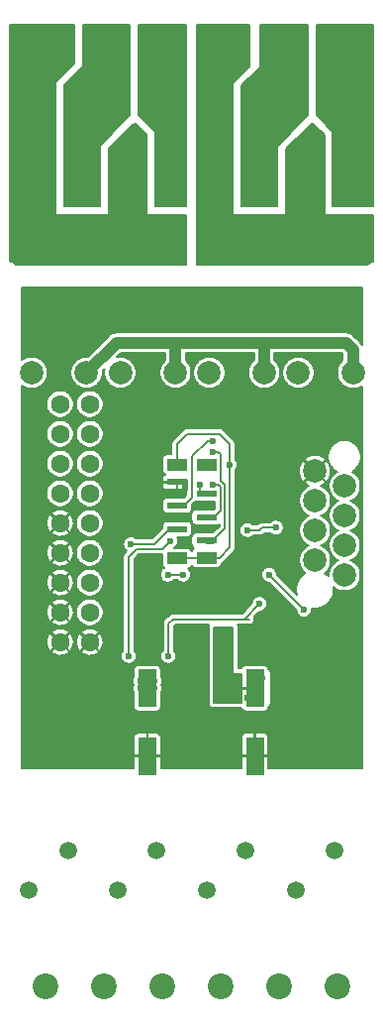
<source format=gtl>
G04 #@! TF.GenerationSoftware,KiCad,Pcbnew,(5.1.9)-1*
G04 #@! TF.CreationDate,2023-02-03T00:57:47+01:00*
G04 #@! TF.ProjectId,Base,42617365-2e6b-4696-9361-645f70636258,rev?*
G04 #@! TF.SameCoordinates,Original*
G04 #@! TF.FileFunction,Copper,L1,Top*
G04 #@! TF.FilePolarity,Positive*
%FSLAX46Y46*%
G04 Gerber Fmt 4.6, Leading zero omitted, Abs format (unit mm)*
G04 Created by KiCad (PCBNEW (5.1.9)-1) date 2023-02-03 00:57:47*
%MOMM*%
%LPD*%
G01*
G04 APERTURE LIST*
G04 #@! TA.AperFunction,SMDPad,CuDef*
%ADD10R,1.800000X1.000000*%
G04 #@! TD*
G04 #@! TA.AperFunction,SMDPad,CuDef*
%ADD11R,1.800000X0.600000*%
G04 #@! TD*
G04 #@! TA.AperFunction,ComponentPad*
%ADD12C,1.600000*%
G04 #@! TD*
G04 #@! TA.AperFunction,ComponentPad*
%ADD13C,0.600000*%
G04 #@! TD*
G04 #@! TA.AperFunction,ComponentPad*
%ADD14C,2.000000*%
G04 #@! TD*
G04 #@! TA.AperFunction,ComponentPad*
%ADD15C,2.200000*%
G04 #@! TD*
G04 #@! TA.AperFunction,ComponentPad*
%ADD16C,1.500000*%
G04 #@! TD*
G04 #@! TA.AperFunction,SMDPad,CuDef*
%ADD17R,1.600000X3.200000*%
G04 #@! TD*
G04 #@! TA.AperFunction,ViaPad*
%ADD18C,0.600000*%
G04 #@! TD*
G04 #@! TA.AperFunction,Conductor*
%ADD19C,0.500000*%
G04 #@! TD*
G04 #@! TA.AperFunction,Conductor*
%ADD20C,0.200000*%
G04 #@! TD*
G04 #@! TA.AperFunction,Conductor*
%ADD21C,1.000000*%
G04 #@! TD*
G04 #@! TA.AperFunction,Conductor*
%ADD22C,0.150000*%
G04 #@! TD*
G04 #@! TA.AperFunction,Conductor*
%ADD23C,0.100000*%
G04 #@! TD*
G04 APERTURE END LIST*
D10*
X28750000Y-60000000D03*
X31250000Y-52000000D03*
X28750000Y-52000000D03*
X31250000Y-60000000D03*
D11*
X31250000Y-54500000D03*
X28750000Y-53500000D03*
X31250000Y-56500000D03*
X28750000Y-55500000D03*
X28750000Y-57500000D03*
X31250000Y-58500000D03*
D12*
X18730000Y-54460000D03*
X18730000Y-64620000D03*
X18730000Y-62080000D03*
X18730000Y-49380000D03*
X18730000Y-67160000D03*
X18730000Y-46840000D03*
X18730000Y-59540000D03*
X18730000Y-57000000D03*
X18730000Y-51920000D03*
X21270000Y-67160000D03*
X21270000Y-46840000D03*
X21270000Y-49380000D03*
X21270000Y-51920000D03*
X21270000Y-54460000D03*
X21270000Y-57000000D03*
X21270000Y-59540000D03*
X21270000Y-62080000D03*
X21270000Y-64620000D03*
D13*
X21000000Y-26450000D03*
X21000000Y-25050000D03*
X21000000Y-33450000D03*
X21000000Y-32050000D03*
D14*
X21000000Y-25750000D03*
X21000000Y-44150000D03*
X16300000Y-44150000D03*
X21000000Y-32750000D03*
D13*
X21000000Y-43450000D03*
X20300000Y-44150000D03*
X21050000Y-44850000D03*
X21700000Y-44150000D03*
X17000000Y-44150000D03*
X15600000Y-44150000D03*
X16300000Y-43450000D03*
X16300000Y-44850000D03*
D15*
X17500000Y-17400000D03*
X27500000Y-17400000D03*
X22500000Y-17400000D03*
X32500000Y-17400000D03*
X37500000Y-17400000D03*
X42500000Y-17400000D03*
D13*
X43800000Y-26450000D03*
X43800000Y-25050000D03*
X43800000Y-33450000D03*
X43800000Y-32050000D03*
D14*
X43800000Y-25750000D03*
X43800000Y-44150000D03*
X39100000Y-44150000D03*
X43800000Y-32750000D03*
D13*
X43800000Y-43450000D03*
X43100000Y-44150000D03*
X43850000Y-44850000D03*
X44500000Y-44150000D03*
X39800000Y-44150000D03*
X38400000Y-44150000D03*
X39100000Y-43450000D03*
X39100000Y-44850000D03*
X36200000Y-26450000D03*
X36200000Y-25050000D03*
X36200000Y-33450000D03*
X36200000Y-32050000D03*
D14*
X36200000Y-25750000D03*
X36200000Y-44150000D03*
X31500000Y-44150000D03*
X36200000Y-32750000D03*
D13*
X36200000Y-43450000D03*
X35500000Y-44150000D03*
X36250000Y-44850000D03*
X36900000Y-44150000D03*
X32200000Y-44150000D03*
X30800000Y-44150000D03*
X31500000Y-43450000D03*
X31500000Y-44850000D03*
X28600000Y-26450000D03*
X28600000Y-25050000D03*
X28600000Y-33450000D03*
X28600000Y-32050000D03*
D14*
X28600000Y-25750000D03*
X28600000Y-44150000D03*
X23900000Y-44150000D03*
X28600000Y-32750000D03*
D13*
X28600000Y-43450000D03*
X27900000Y-44150000D03*
X28650000Y-44850000D03*
X29300000Y-44150000D03*
X24600000Y-44150000D03*
X23200000Y-44150000D03*
X23900000Y-43450000D03*
X23900000Y-44850000D03*
D15*
X42500000Y-96600000D03*
X32500000Y-96600000D03*
X37500000Y-96600000D03*
X27500000Y-96600000D03*
X22500000Y-96600000D03*
X17500000Y-96600000D03*
D14*
X40530000Y-52555000D03*
X43070000Y-53825000D03*
X40530000Y-57635000D03*
X43070000Y-58905000D03*
X43070000Y-61445000D03*
X40530000Y-60175000D03*
X43070000Y-56365000D03*
X40530000Y-55095000D03*
D16*
X16076598Y-88323402D03*
X19400000Y-85000000D03*
X23676598Y-88323402D03*
X27000000Y-85000000D03*
X31276598Y-88323402D03*
X34600000Y-85000000D03*
X38876598Y-88323402D03*
X42200000Y-85000000D03*
D17*
X35400000Y-76900000D03*
X35400000Y-71100000D03*
X26200000Y-71100000D03*
X26200000Y-76900000D03*
D18*
X24400000Y-46800000D03*
X22900000Y-58800000D03*
X23100000Y-63400000D03*
X26200000Y-48200000D03*
X28100000Y-48200000D03*
X17550000Y-73000000D03*
X18950000Y-74200000D03*
X17550000Y-73600000D03*
X17550000Y-74200000D03*
X18950000Y-73600000D03*
X18950000Y-73000000D03*
X33000000Y-39500000D03*
X39600000Y-65700000D03*
X43100000Y-49000000D03*
X37200000Y-56000000D03*
X33200000Y-60750000D03*
X36550000Y-68400000D03*
X40400000Y-69450000D03*
X29400000Y-54100000D03*
X29400000Y-53500000D03*
X38300000Y-42700000D03*
X38400000Y-40400000D03*
X25400000Y-43000000D03*
X23200000Y-40400000D03*
X25400000Y-39800000D03*
X17500000Y-48100000D03*
X24800000Y-57000000D03*
X39400000Y-38150000D03*
X35800000Y-39450000D03*
X24200000Y-38150000D03*
X20600000Y-39450000D03*
X26200000Y-63925000D03*
X26200000Y-62875000D03*
X26500000Y-63400000D03*
X41750000Y-73600000D03*
X41750000Y-73000000D03*
X41750000Y-74200000D03*
X40350000Y-73600000D03*
X40350000Y-73000000D03*
X40350000Y-74200000D03*
X26550000Y-73600000D03*
X26550000Y-74200000D03*
X25900000Y-63400000D03*
X34150000Y-73600000D03*
X34150000Y-73000000D03*
X34150000Y-74200000D03*
X25150000Y-74200000D03*
X25150000Y-73600000D03*
X32700000Y-73000000D03*
X32700000Y-74200000D03*
X32700000Y-73600000D03*
X31550000Y-57400000D03*
X17500000Y-53200000D03*
X26200000Y-67925000D03*
X26200000Y-66875000D03*
X25900000Y-67400000D03*
X26500000Y-67400000D03*
X35800000Y-62000000D03*
X34750000Y-71950000D03*
X32350000Y-66500000D03*
X32950000Y-66500000D03*
X32350000Y-67100000D03*
X32950000Y-67100000D03*
X32950000Y-67700000D03*
X32350000Y-67700000D03*
X36050000Y-70200000D03*
X35450000Y-70200000D03*
X32350000Y-68300000D03*
X32950000Y-68300000D03*
X24800000Y-58800000D03*
X37200000Y-57400000D03*
X34749980Y-57600000D03*
X25600000Y-70500000D03*
X26200000Y-70500000D03*
X26800000Y-70500000D03*
X26800000Y-71100000D03*
X26200000Y-71100000D03*
X25600000Y-71100000D03*
X27950000Y-61400000D03*
X29250000Y-61400000D03*
X39600000Y-64400000D03*
X36600000Y-61400000D03*
X30700000Y-53700000D03*
X31800000Y-53699998D03*
X31800000Y-50900000D03*
X31829410Y-49977179D03*
X31800000Y-52000000D03*
X33250021Y-52000021D03*
X28000000Y-68350000D03*
X35800000Y-63900000D03*
X24600000Y-68350000D03*
X28157530Y-58557530D03*
D19*
X29400000Y-54100000D02*
X29400000Y-53500000D01*
D20*
X24800000Y-58800000D02*
X26800000Y-58800000D01*
X28100000Y-57500000D02*
X28750000Y-57500000D01*
X26800000Y-58800000D02*
X28100000Y-57500000D01*
X36000000Y-57400000D02*
X35800000Y-57600000D01*
X34749980Y-57600000D02*
X35800000Y-57600000D01*
X37200000Y-57400000D02*
X36000000Y-57400000D01*
D21*
X43800000Y-44150000D02*
X43800000Y-42200000D01*
X43800000Y-42200000D02*
X43200000Y-41600000D01*
X23550000Y-41600000D02*
X21000000Y-44150000D01*
X28600000Y-44150000D02*
X28600000Y-41600000D01*
X28600000Y-41600000D02*
X23550000Y-41600000D01*
X36200000Y-44150000D02*
X36200000Y-41600000D01*
X36200000Y-41600000D02*
X28600000Y-41600000D01*
X43200000Y-41600000D02*
X36200000Y-41600000D01*
D20*
X27950000Y-61400000D02*
X29250000Y-61400000D01*
X36600000Y-61400000D02*
X39600000Y-64400000D01*
X30700000Y-53700000D02*
X30700000Y-54200000D01*
X32450001Y-53925735D02*
X32450001Y-55949999D01*
X32224264Y-53699998D02*
X32450001Y-53925735D01*
X31800000Y-53699998D02*
X32224264Y-53699998D01*
X31900000Y-56500000D02*
X31250000Y-56500000D01*
X32450001Y-55949999D02*
X31900000Y-56500000D01*
X31250000Y-58700000D02*
X31800000Y-58700000D01*
X32850011Y-57449989D02*
X32850011Y-53760046D01*
X31800000Y-58500000D02*
X32850011Y-57449989D01*
X32850011Y-53760046D02*
X32450001Y-53360036D01*
X32224264Y-50900000D02*
X31800000Y-50900000D01*
X32450001Y-51125737D02*
X32224264Y-50900000D01*
X32450001Y-53360036D02*
X32450001Y-51125737D01*
X28750000Y-55500000D02*
X29300000Y-55500000D01*
X29300000Y-55500000D02*
X30000000Y-54800000D01*
X31332819Y-49977179D02*
X31829410Y-49977179D01*
X30000000Y-51309998D02*
X31332819Y-49977179D01*
X30000000Y-54800000D02*
X30000000Y-51309998D01*
X31250000Y-60000000D02*
X28750000Y-60000000D01*
X32350000Y-60000000D02*
X33250021Y-59099979D01*
X31250000Y-60000000D02*
X32350000Y-60000000D01*
X33250021Y-50250021D02*
X32377178Y-49377178D01*
X32377178Y-49377178D02*
X29622822Y-49377178D01*
X28750000Y-50250000D02*
X28750000Y-52000000D01*
X29622822Y-49377178D02*
X28750000Y-50250000D01*
X31250000Y-52000000D02*
X31800000Y-52000000D01*
X33250021Y-52000021D02*
X33250021Y-50250021D01*
X33250021Y-59099979D02*
X33250021Y-52000021D01*
X28000000Y-68350000D02*
X28000000Y-65600000D01*
X28000000Y-65600000D02*
X28400000Y-65200000D01*
X34500000Y-65200000D02*
X35800000Y-63900000D01*
X28400000Y-65200000D02*
X34900000Y-65200000D01*
X24600000Y-68350000D02*
X24600000Y-59888002D01*
X24600000Y-59888002D02*
X25287992Y-59200010D01*
X27515050Y-59200010D02*
X28157530Y-58557530D01*
X25287992Y-59200010D02*
X27515050Y-59200010D01*
D22*
X34925000Y-17968934D02*
X33546967Y-19346967D01*
X33537640Y-19358332D01*
X33530709Y-19371299D01*
X33526441Y-19385368D01*
X33525000Y-19400000D01*
X33525000Y-30600000D01*
X33526441Y-30614632D01*
X33530709Y-30628701D01*
X33537640Y-30641668D01*
X33546967Y-30653033D01*
X33558332Y-30662360D01*
X33571299Y-30669291D01*
X33585368Y-30673559D01*
X33600000Y-30675000D01*
X38000000Y-30675000D01*
X38014632Y-30673559D01*
X38028701Y-30669291D01*
X38041668Y-30662360D01*
X38053033Y-30653033D01*
X38062360Y-30641668D01*
X38069291Y-30628701D01*
X38073559Y-30614632D01*
X38075000Y-30600000D01*
X38075000Y-25031066D01*
X40231066Y-22875000D01*
X40368934Y-22875000D01*
X41325000Y-23831066D01*
X41325000Y-30600000D01*
X41326441Y-30614632D01*
X41330709Y-30628701D01*
X41337640Y-30641668D01*
X41346967Y-30653033D01*
X41358332Y-30662360D01*
X41371299Y-30669291D01*
X41385368Y-30673559D01*
X41400000Y-30675000D01*
X45550001Y-30675000D01*
X45550001Y-34626412D01*
X45479416Y-34648262D01*
X45441835Y-34664060D01*
X45404001Y-34679345D01*
X45398454Y-34682295D01*
X45226777Y-34775120D01*
X45192932Y-34797948D01*
X45158834Y-34820261D01*
X45153965Y-34824232D01*
X45032159Y-34925000D01*
X30475000Y-34925000D01*
X30475000Y-14450000D01*
X34925000Y-14450000D01*
X34925000Y-17968934D01*
G04 #@! TA.AperFunction,Conductor*
D23*
G36*
X34925000Y-17968934D02*
G01*
X33546967Y-19346967D01*
X33537640Y-19358332D01*
X33530709Y-19371299D01*
X33526441Y-19385368D01*
X33525000Y-19400000D01*
X33525000Y-30600000D01*
X33526441Y-30614632D01*
X33530709Y-30628701D01*
X33537640Y-30641668D01*
X33546967Y-30653033D01*
X33558332Y-30662360D01*
X33571299Y-30669291D01*
X33585368Y-30673559D01*
X33600000Y-30675000D01*
X38000000Y-30675000D01*
X38014632Y-30673559D01*
X38028701Y-30669291D01*
X38041668Y-30662360D01*
X38053033Y-30653033D01*
X38062360Y-30641668D01*
X38069291Y-30628701D01*
X38073559Y-30614632D01*
X38075000Y-30600000D01*
X38075000Y-25031066D01*
X40231066Y-22875000D01*
X40368934Y-22875000D01*
X41325000Y-23831066D01*
X41325000Y-30600000D01*
X41326441Y-30614632D01*
X41330709Y-30628701D01*
X41337640Y-30641668D01*
X41346967Y-30653033D01*
X41358332Y-30662360D01*
X41371299Y-30669291D01*
X41385368Y-30673559D01*
X41400000Y-30675000D01*
X45550001Y-30675000D01*
X45550001Y-34626412D01*
X45479416Y-34648262D01*
X45441835Y-34664060D01*
X45404001Y-34679345D01*
X45398454Y-34682295D01*
X45226777Y-34775120D01*
X45192932Y-34797948D01*
X45158834Y-34820261D01*
X45153965Y-34824232D01*
X45032159Y-34925000D01*
X30475000Y-34925000D01*
X30475000Y-14450000D01*
X34925000Y-14450000D01*
X34925000Y-17968934D01*
G37*
G04 #@! TD.AperFunction*
D22*
X29525000Y-29925000D02*
X26875000Y-29925000D01*
X26875000Y-23600000D01*
X26873559Y-23585368D01*
X26869291Y-23571299D01*
X26862360Y-23558332D01*
X26853033Y-23546967D01*
X25475000Y-22168934D01*
X25475000Y-14450000D01*
X29525000Y-14450000D01*
X29525000Y-29925000D01*
G04 #@! TA.AperFunction,Conductor*
D23*
G36*
X29525000Y-29925000D02*
G01*
X26875000Y-29925000D01*
X26875000Y-23600000D01*
X26873559Y-23585368D01*
X26869291Y-23571299D01*
X26862360Y-23558332D01*
X26853033Y-23546967D01*
X25475000Y-22168934D01*
X25475000Y-14450000D01*
X29525000Y-14450000D01*
X29525000Y-29925000D01*
G37*
G04 #@! TD.AperFunction*
D22*
X24725000Y-22168934D02*
X22146967Y-24746967D01*
X22137640Y-24758332D01*
X22130709Y-24771299D01*
X22126441Y-24785368D01*
X22125000Y-24800000D01*
X22125000Y-29925000D01*
X19075000Y-29925000D01*
X19075000Y-19631066D01*
X20653033Y-18053033D01*
X20662360Y-18041668D01*
X20669291Y-18028701D01*
X20673559Y-18014632D01*
X20675000Y-18000000D01*
X20675000Y-14450000D01*
X24725000Y-14450000D01*
X24725000Y-22168934D01*
G04 #@! TA.AperFunction,Conductor*
D23*
G36*
X24725000Y-22168934D02*
G01*
X22146967Y-24746967D01*
X22137640Y-24758332D01*
X22130709Y-24771299D01*
X22126441Y-24785368D01*
X22125000Y-24800000D01*
X22125000Y-29925000D01*
X19075000Y-29925000D01*
X19075000Y-19631066D01*
X20653033Y-18053033D01*
X20662360Y-18041668D01*
X20669291Y-18028701D01*
X20673559Y-18014632D01*
X20675000Y-18000000D01*
X20675000Y-14450000D01*
X24725000Y-14450000D01*
X24725000Y-22168934D01*
G37*
G04 #@! TD.AperFunction*
D22*
X45550001Y-29925000D02*
X42075000Y-29925000D01*
X42075000Y-23600000D01*
X42073559Y-23585368D01*
X42069291Y-23571299D01*
X42062360Y-23558332D01*
X42053033Y-23546967D01*
X40675000Y-22168934D01*
X40675000Y-14450000D01*
X45550000Y-14450000D01*
X45550001Y-29925000D01*
G04 #@! TA.AperFunction,Conductor*
D23*
G36*
X45550001Y-29925000D02*
G01*
X42075000Y-29925000D01*
X42075000Y-23600000D01*
X42073559Y-23585368D01*
X42069291Y-23571299D01*
X42062360Y-23558332D01*
X42053033Y-23546967D01*
X40675000Y-22168934D01*
X40675000Y-14450000D01*
X45550000Y-14450000D01*
X45550001Y-29925000D01*
G37*
G04 #@! TD.AperFunction*
D22*
X39925000Y-22168934D02*
X37346967Y-24746967D01*
X37337640Y-24758332D01*
X37330709Y-24771299D01*
X37326441Y-24785368D01*
X37325000Y-24800000D01*
X37325000Y-29925000D01*
X34275000Y-29925000D01*
X34275000Y-19631066D01*
X35853033Y-18053033D01*
X35862360Y-18041668D01*
X35869291Y-18028701D01*
X35873559Y-18014632D01*
X35875000Y-18000000D01*
X35875000Y-14450000D01*
X39925000Y-14450000D01*
X39925000Y-22168934D01*
G04 #@! TA.AperFunction,Conductor*
D23*
G36*
X39925000Y-22168934D02*
G01*
X37346967Y-24746967D01*
X37337640Y-24758332D01*
X37330709Y-24771299D01*
X37326441Y-24785368D01*
X37325000Y-24800000D01*
X37325000Y-29925000D01*
X34275000Y-29925000D01*
X34275000Y-19631066D01*
X35853033Y-18053033D01*
X35862360Y-18041668D01*
X35869291Y-18028701D01*
X35873559Y-18014632D01*
X35875000Y-18000000D01*
X35875000Y-14450000D01*
X39925000Y-14450000D01*
X39925000Y-22168934D01*
G37*
G04 #@! TD.AperFunction*
D22*
X19925000Y-17768934D02*
X18346967Y-19346967D01*
X18337640Y-19358332D01*
X18330709Y-19371299D01*
X18326441Y-19385368D01*
X18325000Y-19400000D01*
X18325000Y-30600000D01*
X18326441Y-30614632D01*
X18330709Y-30628701D01*
X18337640Y-30641668D01*
X18346967Y-30653033D01*
X18358332Y-30662360D01*
X18371299Y-30669291D01*
X18385368Y-30673559D01*
X18400000Y-30675000D01*
X22800000Y-30675000D01*
X22814632Y-30673559D01*
X22828701Y-30669291D01*
X22841668Y-30662360D01*
X22853033Y-30653033D01*
X22862360Y-30641668D01*
X22869291Y-30628701D01*
X22873559Y-30614632D01*
X22875000Y-30600000D01*
X22875000Y-25031066D01*
X25031066Y-22875000D01*
X25168934Y-22875000D01*
X26125000Y-23831066D01*
X26125000Y-30600000D01*
X26126441Y-30614632D01*
X26130709Y-30628701D01*
X26137640Y-30641668D01*
X26146967Y-30653033D01*
X26158332Y-30662360D01*
X26171299Y-30669291D01*
X26185368Y-30673559D01*
X26200000Y-30675000D01*
X29525000Y-30675000D01*
X29525000Y-34925000D01*
X14968566Y-34925000D01*
X14837805Y-34818354D01*
X14803826Y-34795778D01*
X14770181Y-34772741D01*
X14764659Y-34769756D01*
X14764655Y-34769753D01*
X14764651Y-34769751D01*
X14592332Y-34678127D01*
X14554603Y-34662576D01*
X14517136Y-34646518D01*
X14511134Y-34644660D01*
X14450000Y-34626203D01*
X14450000Y-14450000D01*
X19925000Y-14450000D01*
X19925000Y-17768934D01*
G04 #@! TA.AperFunction,Conductor*
D23*
G36*
X19925000Y-17768934D02*
G01*
X18346967Y-19346967D01*
X18337640Y-19358332D01*
X18330709Y-19371299D01*
X18326441Y-19385368D01*
X18325000Y-19400000D01*
X18325000Y-30600000D01*
X18326441Y-30614632D01*
X18330709Y-30628701D01*
X18337640Y-30641668D01*
X18346967Y-30653033D01*
X18358332Y-30662360D01*
X18371299Y-30669291D01*
X18385368Y-30673559D01*
X18400000Y-30675000D01*
X22800000Y-30675000D01*
X22814632Y-30673559D01*
X22828701Y-30669291D01*
X22841668Y-30662360D01*
X22853033Y-30653033D01*
X22862360Y-30641668D01*
X22869291Y-30628701D01*
X22873559Y-30614632D01*
X22875000Y-30600000D01*
X22875000Y-25031066D01*
X25031066Y-22875000D01*
X25168934Y-22875000D01*
X26125000Y-23831066D01*
X26125000Y-30600000D01*
X26126441Y-30614632D01*
X26130709Y-30628701D01*
X26137640Y-30641668D01*
X26146967Y-30653033D01*
X26158332Y-30662360D01*
X26171299Y-30669291D01*
X26185368Y-30673559D01*
X26200000Y-30675000D01*
X29525000Y-30675000D01*
X29525000Y-34925000D01*
X14968566Y-34925000D01*
X14837805Y-34818354D01*
X14803826Y-34795778D01*
X14770181Y-34772741D01*
X14764659Y-34769756D01*
X14764655Y-34769753D01*
X14764651Y-34769751D01*
X14592332Y-34678127D01*
X14554603Y-34662576D01*
X14517136Y-34646518D01*
X14511134Y-34644660D01*
X14450000Y-34626203D01*
X14450000Y-14450000D01*
X19925000Y-14450000D01*
X19925000Y-17768934D01*
G37*
G04 #@! TD.AperFunction*
D22*
X44550000Y-41746966D02*
X44531056Y-41711524D01*
X44421712Y-41578288D01*
X44388324Y-41550888D01*
X43849116Y-41011680D01*
X43821712Y-40978288D01*
X43688476Y-40868944D01*
X43536468Y-40787695D01*
X43371530Y-40737661D01*
X43242979Y-40725000D01*
X43200000Y-40720767D01*
X43157021Y-40725000D01*
X36242979Y-40725000D01*
X36200000Y-40720767D01*
X36157021Y-40725000D01*
X28642979Y-40725000D01*
X28600000Y-40720767D01*
X28557021Y-40725000D01*
X23592979Y-40725000D01*
X23550000Y-40720767D01*
X23507021Y-40725000D01*
X23378470Y-40737661D01*
X23213532Y-40787695D01*
X23061524Y-40868944D01*
X22928288Y-40978288D01*
X22900888Y-41011675D01*
X21137209Y-42775355D01*
X21135426Y-42775000D01*
X20864574Y-42775000D01*
X20598927Y-42827841D01*
X20348693Y-42931491D01*
X20123489Y-43081968D01*
X19931968Y-43273489D01*
X19781491Y-43498693D01*
X19677841Y-43748927D01*
X19625000Y-44014574D01*
X19625000Y-44285426D01*
X19677841Y-44551073D01*
X19781491Y-44801307D01*
X19931968Y-45026511D01*
X20123489Y-45218032D01*
X20348693Y-45368509D01*
X20598927Y-45472159D01*
X20864574Y-45525000D01*
X21135426Y-45525000D01*
X21401073Y-45472159D01*
X21651307Y-45368509D01*
X21876511Y-45218032D01*
X22068032Y-45026511D01*
X22218509Y-44801307D01*
X22322159Y-44551073D01*
X22375000Y-44285426D01*
X22375000Y-44014574D01*
X22374645Y-44012791D01*
X22562777Y-43824660D01*
X22525000Y-44014574D01*
X22525000Y-44285426D01*
X22577841Y-44551073D01*
X22681491Y-44801307D01*
X22831968Y-45026511D01*
X23023489Y-45218032D01*
X23248693Y-45368509D01*
X23498927Y-45472159D01*
X23764574Y-45525000D01*
X24035426Y-45525000D01*
X24301073Y-45472159D01*
X24551307Y-45368509D01*
X24776511Y-45218032D01*
X24968032Y-45026511D01*
X25118509Y-44801307D01*
X25222159Y-44551073D01*
X25275000Y-44285426D01*
X25275000Y-44014574D01*
X25222159Y-43748927D01*
X25118509Y-43498693D01*
X24968032Y-43273489D01*
X24776511Y-43081968D01*
X24551307Y-42931491D01*
X24301073Y-42827841D01*
X24035426Y-42775000D01*
X23764574Y-42775000D01*
X23574660Y-42812777D01*
X23912437Y-42475000D01*
X27725001Y-42475000D01*
X27725000Y-43080958D01*
X27723489Y-43081968D01*
X27531968Y-43273489D01*
X27381491Y-43498693D01*
X27277841Y-43748927D01*
X27225000Y-44014574D01*
X27225000Y-44285426D01*
X27277841Y-44551073D01*
X27381491Y-44801307D01*
X27531968Y-45026511D01*
X27723489Y-45218032D01*
X27948693Y-45368509D01*
X28198927Y-45472159D01*
X28464574Y-45525000D01*
X28735426Y-45525000D01*
X29001073Y-45472159D01*
X29251307Y-45368509D01*
X29476511Y-45218032D01*
X29668032Y-45026511D01*
X29818509Y-44801307D01*
X29922159Y-44551073D01*
X29975000Y-44285426D01*
X29975000Y-44014574D01*
X30125000Y-44014574D01*
X30125000Y-44285426D01*
X30177841Y-44551073D01*
X30281491Y-44801307D01*
X30431968Y-45026511D01*
X30623489Y-45218032D01*
X30848693Y-45368509D01*
X31098927Y-45472159D01*
X31364574Y-45525000D01*
X31635426Y-45525000D01*
X31901073Y-45472159D01*
X32151307Y-45368509D01*
X32376511Y-45218032D01*
X32568032Y-45026511D01*
X32718509Y-44801307D01*
X32822159Y-44551073D01*
X32875000Y-44285426D01*
X32875000Y-44014574D01*
X32822159Y-43748927D01*
X32718509Y-43498693D01*
X32568032Y-43273489D01*
X32376511Y-43081968D01*
X32151307Y-42931491D01*
X31901073Y-42827841D01*
X31635426Y-42775000D01*
X31364574Y-42775000D01*
X31098927Y-42827841D01*
X30848693Y-42931491D01*
X30623489Y-43081968D01*
X30431968Y-43273489D01*
X30281491Y-43498693D01*
X30177841Y-43748927D01*
X30125000Y-44014574D01*
X29975000Y-44014574D01*
X29922159Y-43748927D01*
X29818509Y-43498693D01*
X29668032Y-43273489D01*
X29476511Y-43081968D01*
X29475000Y-43080958D01*
X29475000Y-42475000D01*
X35325001Y-42475000D01*
X35325000Y-43080958D01*
X35323489Y-43081968D01*
X35131968Y-43273489D01*
X34981491Y-43498693D01*
X34877841Y-43748927D01*
X34825000Y-44014574D01*
X34825000Y-44285426D01*
X34877841Y-44551073D01*
X34981491Y-44801307D01*
X35131968Y-45026511D01*
X35323489Y-45218032D01*
X35548693Y-45368509D01*
X35798927Y-45472159D01*
X36064574Y-45525000D01*
X36335426Y-45525000D01*
X36601073Y-45472159D01*
X36851307Y-45368509D01*
X37076511Y-45218032D01*
X37268032Y-45026511D01*
X37418509Y-44801307D01*
X37522159Y-44551073D01*
X37575000Y-44285426D01*
X37575000Y-44014574D01*
X37725000Y-44014574D01*
X37725000Y-44285426D01*
X37777841Y-44551073D01*
X37881491Y-44801307D01*
X38031968Y-45026511D01*
X38223489Y-45218032D01*
X38448693Y-45368509D01*
X38698927Y-45472159D01*
X38964574Y-45525000D01*
X39235426Y-45525000D01*
X39501073Y-45472159D01*
X39751307Y-45368509D01*
X39976511Y-45218032D01*
X40168032Y-45026511D01*
X40318509Y-44801307D01*
X40422159Y-44551073D01*
X40475000Y-44285426D01*
X40475000Y-44014574D01*
X40422159Y-43748927D01*
X40318509Y-43498693D01*
X40168032Y-43273489D01*
X39976511Y-43081968D01*
X39751307Y-42931491D01*
X39501073Y-42827841D01*
X39235426Y-42775000D01*
X38964574Y-42775000D01*
X38698927Y-42827841D01*
X38448693Y-42931491D01*
X38223489Y-43081968D01*
X38031968Y-43273489D01*
X37881491Y-43498693D01*
X37777841Y-43748927D01*
X37725000Y-44014574D01*
X37575000Y-44014574D01*
X37522159Y-43748927D01*
X37418509Y-43498693D01*
X37268032Y-43273489D01*
X37076511Y-43081968D01*
X37075000Y-43080958D01*
X37075000Y-42475000D01*
X42837564Y-42475000D01*
X42925001Y-42562437D01*
X42925001Y-43080958D01*
X42923489Y-43081968D01*
X42731968Y-43273489D01*
X42581491Y-43498693D01*
X42477841Y-43748927D01*
X42425000Y-44014574D01*
X42425000Y-44285426D01*
X42477841Y-44551073D01*
X42581491Y-44801307D01*
X42731968Y-45026511D01*
X42923489Y-45218032D01*
X43148693Y-45368509D01*
X43398927Y-45472159D01*
X43664574Y-45525000D01*
X43935426Y-45525000D01*
X44201073Y-45472159D01*
X44451307Y-45368509D01*
X44550000Y-45302564D01*
X44550001Y-77925000D01*
X36576110Y-77925000D01*
X36575000Y-77018750D01*
X36481250Y-76925000D01*
X35425000Y-76925000D01*
X35425000Y-76945000D01*
X35375000Y-76945000D01*
X35375000Y-76925000D01*
X34318750Y-76925000D01*
X34225000Y-77018750D01*
X34223890Y-77925000D01*
X27376110Y-77925000D01*
X27375000Y-77018750D01*
X27281250Y-76925000D01*
X26225000Y-76925000D01*
X26225000Y-76945000D01*
X26175000Y-76945000D01*
X26175000Y-76925000D01*
X25118750Y-76925000D01*
X25025000Y-77018750D01*
X25023890Y-77925000D01*
X15450000Y-77925000D01*
X15450000Y-75300000D01*
X25023186Y-75300000D01*
X25025000Y-76781250D01*
X25118750Y-76875000D01*
X26175000Y-76875000D01*
X26175000Y-75018750D01*
X26225000Y-75018750D01*
X26225000Y-76875000D01*
X27281250Y-76875000D01*
X27375000Y-76781250D01*
X27376814Y-75300000D01*
X34223186Y-75300000D01*
X34225000Y-76781250D01*
X34318750Y-76875000D01*
X35375000Y-76875000D01*
X35375000Y-75018750D01*
X35425000Y-75018750D01*
X35425000Y-76875000D01*
X36481250Y-76875000D01*
X36575000Y-76781250D01*
X36576814Y-75300000D01*
X36569574Y-75226487D01*
X36548131Y-75155800D01*
X36513309Y-75090653D01*
X36466448Y-75033552D01*
X36409347Y-74986691D01*
X36344200Y-74951869D01*
X36273513Y-74930426D01*
X36200000Y-74923186D01*
X35518750Y-74925000D01*
X35425000Y-75018750D01*
X35375000Y-75018750D01*
X35281250Y-74925000D01*
X34600000Y-74923186D01*
X34526487Y-74930426D01*
X34455800Y-74951869D01*
X34390653Y-74986691D01*
X34333552Y-75033552D01*
X34286691Y-75090653D01*
X34251869Y-75155800D01*
X34230426Y-75226487D01*
X34223186Y-75300000D01*
X27376814Y-75300000D01*
X27369574Y-75226487D01*
X27348131Y-75155800D01*
X27313309Y-75090653D01*
X27266448Y-75033552D01*
X27209347Y-74986691D01*
X27144200Y-74951869D01*
X27073513Y-74930426D01*
X27000000Y-74923186D01*
X26318750Y-74925000D01*
X26225000Y-75018750D01*
X26175000Y-75018750D01*
X26081250Y-74925000D01*
X25400000Y-74923186D01*
X25326487Y-74930426D01*
X25255800Y-74951869D01*
X25190653Y-74986691D01*
X25133552Y-75033552D01*
X25086691Y-75090653D01*
X25051869Y-75155800D01*
X25030426Y-75226487D01*
X25023186Y-75300000D01*
X15450000Y-75300000D01*
X15450000Y-70433518D01*
X24925000Y-70433518D01*
X24925000Y-70566482D01*
X24950940Y-70696890D01*
X24993650Y-70800000D01*
X24950940Y-70903110D01*
X24925000Y-71033518D01*
X24925000Y-71166482D01*
X24950940Y-71296890D01*
X25001823Y-71419732D01*
X25023186Y-71451704D01*
X25023186Y-72700000D01*
X25030426Y-72773513D01*
X25051869Y-72844200D01*
X25086691Y-72909347D01*
X25133552Y-72966448D01*
X25190653Y-73013309D01*
X25255800Y-73048131D01*
X25326487Y-73069574D01*
X25400000Y-73076814D01*
X27000000Y-73076814D01*
X27073513Y-73069574D01*
X27144200Y-73048131D01*
X27209347Y-73013309D01*
X27266448Y-72966448D01*
X27313309Y-72909347D01*
X27348131Y-72844200D01*
X27369574Y-72773513D01*
X27376814Y-72700000D01*
X27376814Y-71451704D01*
X27398177Y-71419732D01*
X27449060Y-71296890D01*
X27475000Y-71166482D01*
X27475000Y-71033518D01*
X27449060Y-70903110D01*
X27406350Y-70800000D01*
X27449060Y-70696890D01*
X27475000Y-70566482D01*
X27475000Y-70433518D01*
X27449060Y-70303110D01*
X27398177Y-70180268D01*
X27376814Y-70148296D01*
X27376814Y-69500000D01*
X27369574Y-69426487D01*
X27348131Y-69355800D01*
X27313309Y-69290653D01*
X27266448Y-69233552D01*
X27209347Y-69186691D01*
X27144200Y-69151869D01*
X27073513Y-69130426D01*
X27000000Y-69123186D01*
X25400000Y-69123186D01*
X25326487Y-69130426D01*
X25255800Y-69151869D01*
X25190653Y-69186691D01*
X25133552Y-69233552D01*
X25086691Y-69290653D01*
X25051869Y-69355800D01*
X25030426Y-69426487D01*
X25023186Y-69500000D01*
X25023186Y-70148296D01*
X25001823Y-70180268D01*
X24950940Y-70303110D01*
X24925000Y-70433518D01*
X15450000Y-70433518D01*
X15450000Y-67946053D01*
X17979302Y-67946053D01*
X18056392Y-68129675D01*
X18258510Y-68242457D01*
X18478746Y-68313641D01*
X18708638Y-68340491D01*
X18939350Y-68321976D01*
X19162017Y-68258806D01*
X19368083Y-68153411D01*
X19403608Y-68129675D01*
X19480698Y-67946053D01*
X20519302Y-67946053D01*
X20596392Y-68129675D01*
X20798510Y-68242457D01*
X21018746Y-68313641D01*
X21248638Y-68340491D01*
X21479350Y-68321976D01*
X21614910Y-68283518D01*
X23925000Y-68283518D01*
X23925000Y-68416482D01*
X23950940Y-68546890D01*
X24001823Y-68669732D01*
X24075693Y-68780287D01*
X24169713Y-68874307D01*
X24280268Y-68948177D01*
X24403110Y-68999060D01*
X24533518Y-69025000D01*
X24666482Y-69025000D01*
X24796890Y-68999060D01*
X24919732Y-68948177D01*
X25030287Y-68874307D01*
X25124307Y-68780287D01*
X25198177Y-68669732D01*
X25249060Y-68546890D01*
X25275000Y-68416482D01*
X25275000Y-68283518D01*
X27325000Y-68283518D01*
X27325000Y-68416482D01*
X27350940Y-68546890D01*
X27401823Y-68669732D01*
X27475693Y-68780287D01*
X27569713Y-68874307D01*
X27680268Y-68948177D01*
X27803110Y-68999060D01*
X27933518Y-69025000D01*
X28066482Y-69025000D01*
X28196890Y-68999060D01*
X28319732Y-68948177D01*
X28430287Y-68874307D01*
X28524307Y-68780287D01*
X28598177Y-68669732D01*
X28649060Y-68546890D01*
X28675000Y-68416482D01*
X28675000Y-68283518D01*
X28649060Y-68153110D01*
X28598177Y-68030268D01*
X28524307Y-67919713D01*
X28475000Y-67870406D01*
X28475000Y-65796750D01*
X28596751Y-65675000D01*
X31447931Y-65675000D01*
X31432206Y-65726841D01*
X31425000Y-65800000D01*
X31425000Y-72400000D01*
X31432206Y-72473159D01*
X31453545Y-72543506D01*
X31488199Y-72608339D01*
X31534835Y-72665165D01*
X31591661Y-72711801D01*
X31656494Y-72746455D01*
X31726841Y-72767794D01*
X31800000Y-72775000D01*
X34230877Y-72775000D01*
X34251869Y-72844200D01*
X34286691Y-72909347D01*
X34333552Y-72966448D01*
X34390653Y-73013309D01*
X34455800Y-73048131D01*
X34526487Y-73069574D01*
X34600000Y-73076814D01*
X36200000Y-73076814D01*
X36273513Y-73069574D01*
X36344200Y-73048131D01*
X36409347Y-73013309D01*
X36466448Y-72966448D01*
X36513309Y-72909347D01*
X36548131Y-72844200D01*
X36569574Y-72773513D01*
X36573835Y-72730244D01*
X36608339Y-72711801D01*
X36665165Y-72665165D01*
X36711801Y-72608339D01*
X36746455Y-72543506D01*
X36767794Y-72473159D01*
X36775000Y-72400000D01*
X36775000Y-69800000D01*
X36767794Y-69726841D01*
X36746455Y-69656494D01*
X36711801Y-69591661D01*
X36665165Y-69534835D01*
X36608339Y-69488199D01*
X36573835Y-69469756D01*
X36569574Y-69426487D01*
X36548131Y-69355800D01*
X36513309Y-69290653D01*
X36466448Y-69233552D01*
X36409347Y-69186691D01*
X36344200Y-69151869D01*
X36273513Y-69130426D01*
X36200000Y-69123186D01*
X34600000Y-69123186D01*
X34526487Y-69130426D01*
X34455800Y-69151869D01*
X34390653Y-69186691D01*
X34333552Y-69233552D01*
X34286691Y-69290653D01*
X34251869Y-69355800D01*
X34230877Y-69425000D01*
X33975000Y-69425000D01*
X33975000Y-65800000D01*
X33967794Y-65726841D01*
X33952069Y-65675000D01*
X34476668Y-65675000D01*
X34500000Y-65677298D01*
X34523332Y-65675000D01*
X34923332Y-65675000D01*
X34993116Y-65668127D01*
X35082654Y-65640966D01*
X35165173Y-65596859D01*
X35237501Y-65537501D01*
X35296859Y-65465173D01*
X35340966Y-65382654D01*
X35368127Y-65293116D01*
X35377298Y-65200000D01*
X35368127Y-65106884D01*
X35344094Y-65027657D01*
X35796751Y-64575000D01*
X35866482Y-64575000D01*
X35996890Y-64549060D01*
X36119732Y-64498177D01*
X36230287Y-64424307D01*
X36324307Y-64330287D01*
X36398177Y-64219732D01*
X36449060Y-64096890D01*
X36475000Y-63966482D01*
X36475000Y-63833518D01*
X36449060Y-63703110D01*
X36398177Y-63580268D01*
X36324307Y-63469713D01*
X36230287Y-63375693D01*
X36119732Y-63301823D01*
X35996890Y-63250940D01*
X35866482Y-63225000D01*
X35733518Y-63225000D01*
X35603110Y-63250940D01*
X35480268Y-63301823D01*
X35369713Y-63375693D01*
X35275693Y-63469713D01*
X35201823Y-63580268D01*
X35150940Y-63703110D01*
X35125000Y-63833518D01*
X35125000Y-63903249D01*
X34303250Y-64725000D01*
X28423331Y-64725000D01*
X28399999Y-64722702D01*
X28306883Y-64731873D01*
X28294179Y-64735727D01*
X28217346Y-64759034D01*
X28134827Y-64803141D01*
X28062499Y-64862499D01*
X28047620Y-64880629D01*
X27680629Y-65247621D01*
X27662500Y-65262499D01*
X27603142Y-65334827D01*
X27584866Y-65369019D01*
X27559035Y-65417346D01*
X27531873Y-65506884D01*
X27522702Y-65600000D01*
X27525001Y-65623342D01*
X27525000Y-67870406D01*
X27475693Y-67919713D01*
X27401823Y-68030268D01*
X27350940Y-68153110D01*
X27325000Y-68283518D01*
X25275000Y-68283518D01*
X25249060Y-68153110D01*
X25198177Y-68030268D01*
X25124307Y-67919713D01*
X25075000Y-67870406D01*
X25075000Y-60084752D01*
X25484744Y-59675010D01*
X27473186Y-59675010D01*
X27473186Y-60500000D01*
X27480426Y-60573513D01*
X27501869Y-60644200D01*
X27536691Y-60709347D01*
X27583552Y-60766448D01*
X27628278Y-60803153D01*
X27519713Y-60875693D01*
X27425693Y-60969713D01*
X27351823Y-61080268D01*
X27300940Y-61203110D01*
X27275000Y-61333518D01*
X27275000Y-61466482D01*
X27300940Y-61596890D01*
X27351823Y-61719732D01*
X27425693Y-61830287D01*
X27519713Y-61924307D01*
X27630268Y-61998177D01*
X27753110Y-62049060D01*
X27883518Y-62075000D01*
X28016482Y-62075000D01*
X28146890Y-62049060D01*
X28269732Y-61998177D01*
X28380287Y-61924307D01*
X28429594Y-61875000D01*
X28770406Y-61875000D01*
X28819713Y-61924307D01*
X28930268Y-61998177D01*
X29053110Y-62049060D01*
X29183518Y-62075000D01*
X29316482Y-62075000D01*
X29446890Y-62049060D01*
X29569732Y-61998177D01*
X29680287Y-61924307D01*
X29774307Y-61830287D01*
X29848177Y-61719732D01*
X29899060Y-61596890D01*
X29925000Y-61466482D01*
X29925000Y-61333518D01*
X35925000Y-61333518D01*
X35925000Y-61466482D01*
X35950940Y-61596890D01*
X36001823Y-61719732D01*
X36075693Y-61830287D01*
X36169713Y-61924307D01*
X36280268Y-61998177D01*
X36403110Y-62049060D01*
X36533518Y-62075000D01*
X36603250Y-62075000D01*
X38925000Y-64396752D01*
X38925000Y-64466482D01*
X38950940Y-64596890D01*
X39001823Y-64719732D01*
X39075693Y-64830287D01*
X39169713Y-64924307D01*
X39280268Y-64998177D01*
X39403110Y-65049060D01*
X39533518Y-65075000D01*
X39666482Y-65075000D01*
X39796890Y-65049060D01*
X39919732Y-64998177D01*
X40030287Y-64924307D01*
X40124307Y-64830287D01*
X40198177Y-64719732D01*
X40249060Y-64596890D01*
X40275000Y-64466482D01*
X40275000Y-64333518D01*
X40265182Y-64284160D01*
X40369951Y-64305000D01*
X40690049Y-64305000D01*
X41003995Y-64242552D01*
X41299726Y-64120057D01*
X41565877Y-63942220D01*
X41792220Y-63715877D01*
X41970057Y-63449726D01*
X42092552Y-63153995D01*
X42155000Y-62840049D01*
X42155000Y-62519951D01*
X42143725Y-62463268D01*
X42193489Y-62513032D01*
X42418693Y-62663509D01*
X42668927Y-62767159D01*
X42934574Y-62820000D01*
X43205426Y-62820000D01*
X43471073Y-62767159D01*
X43721307Y-62663509D01*
X43946511Y-62513032D01*
X44138032Y-62321511D01*
X44288509Y-62096307D01*
X44392159Y-61846073D01*
X44445000Y-61580426D01*
X44445000Y-61309574D01*
X44392159Y-61043927D01*
X44288509Y-60793693D01*
X44138032Y-60568489D01*
X43946511Y-60376968D01*
X43721307Y-60226491D01*
X43596996Y-60175000D01*
X43721307Y-60123509D01*
X43946511Y-59973032D01*
X44138032Y-59781511D01*
X44288509Y-59556307D01*
X44392159Y-59306073D01*
X44445000Y-59040426D01*
X44445000Y-58769574D01*
X44392159Y-58503927D01*
X44288509Y-58253693D01*
X44138032Y-58028489D01*
X43946511Y-57836968D01*
X43721307Y-57686491D01*
X43596996Y-57635000D01*
X43721307Y-57583509D01*
X43946511Y-57433032D01*
X44138032Y-57241511D01*
X44288509Y-57016307D01*
X44392159Y-56766073D01*
X44445000Y-56500426D01*
X44445000Y-56229574D01*
X44392159Y-55963927D01*
X44288509Y-55713693D01*
X44138032Y-55488489D01*
X43946511Y-55296968D01*
X43721307Y-55146491D01*
X43596996Y-55095000D01*
X43721307Y-55043509D01*
X43946511Y-54893032D01*
X44138032Y-54701511D01*
X44288509Y-54476307D01*
X44392159Y-54226073D01*
X44445000Y-53960426D01*
X44445000Y-53689574D01*
X44392159Y-53423927D01*
X44288509Y-53173693D01*
X44138032Y-52948489D01*
X43946511Y-52756968D01*
X43721307Y-52606491D01*
X43704574Y-52599560D01*
X43744991Y-52582819D01*
X43978385Y-52426870D01*
X44176870Y-52228385D01*
X44332819Y-51994991D01*
X44440238Y-51735657D01*
X44495000Y-51460350D01*
X44495000Y-51179650D01*
X44440238Y-50904343D01*
X44332819Y-50645009D01*
X44176870Y-50411615D01*
X43978385Y-50213130D01*
X43744991Y-50057181D01*
X43485657Y-49949762D01*
X43210350Y-49895000D01*
X42929650Y-49895000D01*
X42654343Y-49949762D01*
X42395009Y-50057181D01*
X42161615Y-50213130D01*
X41963130Y-50411615D01*
X41807181Y-50645009D01*
X41699762Y-50904343D01*
X41645000Y-51179650D01*
X41645000Y-51460350D01*
X41699762Y-51735657D01*
X41807181Y-51994991D01*
X41963130Y-52228385D01*
X42161615Y-52426870D01*
X42395009Y-52582819D01*
X42435426Y-52599560D01*
X42418693Y-52606491D01*
X42193489Y-52756968D01*
X42001968Y-52948489D01*
X41851491Y-53173693D01*
X41747841Y-53423927D01*
X41695000Y-53689574D01*
X41695000Y-53960426D01*
X41747841Y-54226073D01*
X41851491Y-54476307D01*
X42001968Y-54701511D01*
X42193489Y-54893032D01*
X42418693Y-55043509D01*
X42543004Y-55095000D01*
X42418693Y-55146491D01*
X42193489Y-55296968D01*
X42001968Y-55488489D01*
X41851491Y-55713693D01*
X41747841Y-55963927D01*
X41695000Y-56229574D01*
X41695000Y-56500426D01*
X41747841Y-56766073D01*
X41851491Y-57016307D01*
X42001968Y-57241511D01*
X42193489Y-57433032D01*
X42418693Y-57583509D01*
X42543004Y-57635000D01*
X42418693Y-57686491D01*
X42193489Y-57836968D01*
X42001968Y-58028489D01*
X41851491Y-58253693D01*
X41747841Y-58503927D01*
X41695000Y-58769574D01*
X41695000Y-59040426D01*
X41747841Y-59306073D01*
X41851491Y-59556307D01*
X42001968Y-59781511D01*
X42193489Y-59973032D01*
X42418693Y-60123509D01*
X42543004Y-60175000D01*
X42418693Y-60226491D01*
X42193489Y-60376968D01*
X42001968Y-60568489D01*
X41851491Y-60793693D01*
X41747841Y-61043927D01*
X41695000Y-61309574D01*
X41695000Y-61546903D01*
X41565877Y-61417780D01*
X41355430Y-61277163D01*
X41406511Y-61243032D01*
X41598032Y-61051511D01*
X41748509Y-60826307D01*
X41852159Y-60576073D01*
X41905000Y-60310426D01*
X41905000Y-60039574D01*
X41852159Y-59773927D01*
X41748509Y-59523693D01*
X41598032Y-59298489D01*
X41406511Y-59106968D01*
X41181307Y-58956491D01*
X41056996Y-58905000D01*
X41181307Y-58853509D01*
X41406511Y-58703032D01*
X41598032Y-58511511D01*
X41748509Y-58286307D01*
X41852159Y-58036073D01*
X41905000Y-57770426D01*
X41905000Y-57499574D01*
X41852159Y-57233927D01*
X41748509Y-56983693D01*
X41598032Y-56758489D01*
X41406511Y-56566968D01*
X41181307Y-56416491D01*
X41056996Y-56365000D01*
X41181307Y-56313509D01*
X41406511Y-56163032D01*
X41598032Y-55971511D01*
X41748509Y-55746307D01*
X41852159Y-55496073D01*
X41905000Y-55230426D01*
X41905000Y-54959574D01*
X41852159Y-54693927D01*
X41748509Y-54443693D01*
X41598032Y-54218489D01*
X41406511Y-54026968D01*
X41181307Y-53876491D01*
X41061870Y-53827019D01*
X41273110Y-53719796D01*
X41321757Y-53687292D01*
X41422835Y-53483191D01*
X40530000Y-52590355D01*
X39637165Y-53483191D01*
X39738243Y-53687292D01*
X39974356Y-53819999D01*
X39997124Y-53827435D01*
X39878693Y-53876491D01*
X39653489Y-54026968D01*
X39461968Y-54218489D01*
X39311491Y-54443693D01*
X39207841Y-54693927D01*
X39155000Y-54959574D01*
X39155000Y-55230426D01*
X39207841Y-55496073D01*
X39311491Y-55746307D01*
X39461968Y-55971511D01*
X39653489Y-56163032D01*
X39878693Y-56313509D01*
X40003004Y-56365000D01*
X39878693Y-56416491D01*
X39653489Y-56566968D01*
X39461968Y-56758489D01*
X39311491Y-56983693D01*
X39207841Y-57233927D01*
X39155000Y-57499574D01*
X39155000Y-57770426D01*
X39207841Y-58036073D01*
X39311491Y-58286307D01*
X39461968Y-58511511D01*
X39653489Y-58703032D01*
X39878693Y-58853509D01*
X40003004Y-58905000D01*
X39878693Y-58956491D01*
X39653489Y-59106968D01*
X39461968Y-59298489D01*
X39311491Y-59523693D01*
X39207841Y-59773927D01*
X39155000Y-60039574D01*
X39155000Y-60310426D01*
X39207841Y-60576073D01*
X39311491Y-60826307D01*
X39461968Y-61051511D01*
X39653489Y-61243032D01*
X39704570Y-61277163D01*
X39494123Y-61417780D01*
X39267780Y-61644123D01*
X39089943Y-61910274D01*
X38967448Y-62206005D01*
X38905000Y-62519951D01*
X38905000Y-62840049D01*
X38952972Y-63081221D01*
X37275000Y-61403250D01*
X37275000Y-61333518D01*
X37249060Y-61203110D01*
X37198177Y-61080268D01*
X37124307Y-60969713D01*
X37030287Y-60875693D01*
X36919732Y-60801823D01*
X36796890Y-60750940D01*
X36666482Y-60725000D01*
X36533518Y-60725000D01*
X36403110Y-60750940D01*
X36280268Y-60801823D01*
X36169713Y-60875693D01*
X36075693Y-60969713D01*
X36001823Y-61080268D01*
X35950940Y-61203110D01*
X35925000Y-61333518D01*
X29925000Y-61333518D01*
X29899060Y-61203110D01*
X29848177Y-61080268D01*
X29774307Y-60969713D01*
X29680287Y-60875693D01*
X29677858Y-60874070D01*
X29723513Y-60869574D01*
X29794200Y-60848131D01*
X29859347Y-60813309D01*
X29916448Y-60766448D01*
X29963309Y-60709347D01*
X29998131Y-60644200D01*
X30000000Y-60638039D01*
X30001869Y-60644200D01*
X30036691Y-60709347D01*
X30083552Y-60766448D01*
X30140653Y-60813309D01*
X30205800Y-60848131D01*
X30276487Y-60869574D01*
X30350000Y-60876814D01*
X32150000Y-60876814D01*
X32223513Y-60869574D01*
X32294200Y-60848131D01*
X32359347Y-60813309D01*
X32416448Y-60766448D01*
X32463309Y-60709347D01*
X32498131Y-60644200D01*
X32519574Y-60573513D01*
X32526814Y-60500000D01*
X32526814Y-60442738D01*
X32532654Y-60440966D01*
X32615173Y-60396859D01*
X32687501Y-60337501D01*
X32702384Y-60319366D01*
X33569398Y-59452354D01*
X33587522Y-59437480D01*
X33646880Y-59365152D01*
X33690987Y-59282633D01*
X33718148Y-59193095D01*
X33722208Y-59151869D01*
X33727319Y-59099979D01*
X33725021Y-59076647D01*
X33725021Y-57533518D01*
X34074980Y-57533518D01*
X34074980Y-57666482D01*
X34100920Y-57796890D01*
X34151803Y-57919732D01*
X34225673Y-58030287D01*
X34319693Y-58124307D01*
X34430248Y-58198177D01*
X34553090Y-58249060D01*
X34683498Y-58275000D01*
X34816462Y-58275000D01*
X34946870Y-58249060D01*
X35069712Y-58198177D01*
X35180267Y-58124307D01*
X35229574Y-58075000D01*
X35776668Y-58075000D01*
X35800000Y-58077298D01*
X35823332Y-58075000D01*
X35893116Y-58068127D01*
X35982654Y-58040966D01*
X36065173Y-57996859D01*
X36137501Y-57937501D01*
X36152383Y-57919367D01*
X36196750Y-57875000D01*
X36720406Y-57875000D01*
X36769713Y-57924307D01*
X36880268Y-57998177D01*
X37003110Y-58049060D01*
X37133518Y-58075000D01*
X37266482Y-58075000D01*
X37396890Y-58049060D01*
X37519732Y-57998177D01*
X37630287Y-57924307D01*
X37724307Y-57830287D01*
X37798177Y-57719732D01*
X37849060Y-57596890D01*
X37875000Y-57466482D01*
X37875000Y-57333518D01*
X37849060Y-57203110D01*
X37798177Y-57080268D01*
X37724307Y-56969713D01*
X37630287Y-56875693D01*
X37519732Y-56801823D01*
X37396890Y-56750940D01*
X37266482Y-56725000D01*
X37133518Y-56725000D01*
X37003110Y-56750940D01*
X36880268Y-56801823D01*
X36769713Y-56875693D01*
X36720406Y-56925000D01*
X36023332Y-56925000D01*
X36000000Y-56922702D01*
X35976668Y-56925000D01*
X35906884Y-56931873D01*
X35817346Y-56959034D01*
X35734827Y-57003141D01*
X35662499Y-57062499D01*
X35647620Y-57080629D01*
X35603249Y-57125000D01*
X35229574Y-57125000D01*
X35180267Y-57075693D01*
X35069712Y-57001823D01*
X34946870Y-56950940D01*
X34816462Y-56925000D01*
X34683498Y-56925000D01*
X34553090Y-56950940D01*
X34430248Y-57001823D01*
X34319693Y-57075693D01*
X34225673Y-57169713D01*
X34151803Y-57280268D01*
X34100920Y-57403110D01*
X34074980Y-57533518D01*
X33725021Y-57533518D01*
X33725021Y-52525746D01*
X39148658Y-52525746D01*
X39169493Y-52795795D01*
X39242612Y-53056590D01*
X39365204Y-53298110D01*
X39397708Y-53346757D01*
X39601809Y-53447835D01*
X40494645Y-52555000D01*
X40565355Y-52555000D01*
X41458191Y-53447835D01*
X41662292Y-53346757D01*
X41794999Y-53110644D01*
X41879093Y-52853178D01*
X41911342Y-52584254D01*
X41890507Y-52314205D01*
X41817388Y-52053410D01*
X41694796Y-51811890D01*
X41662292Y-51763243D01*
X41458191Y-51662165D01*
X40565355Y-52555000D01*
X40494645Y-52555000D01*
X39601809Y-51662165D01*
X39397708Y-51763243D01*
X39265001Y-51999356D01*
X39180907Y-52256822D01*
X39148658Y-52525746D01*
X33725021Y-52525746D01*
X33725021Y-52479615D01*
X33774328Y-52430308D01*
X33848198Y-52319753D01*
X33899081Y-52196911D01*
X33925021Y-52066503D01*
X33925021Y-51933539D01*
X33899081Y-51803131D01*
X33848198Y-51680289D01*
X33812465Y-51626809D01*
X39637165Y-51626809D01*
X40530000Y-52519645D01*
X41422835Y-51626809D01*
X41321757Y-51422708D01*
X41085644Y-51290001D01*
X40828178Y-51205907D01*
X40559254Y-51173658D01*
X40289205Y-51194493D01*
X40028410Y-51267612D01*
X39786890Y-51390204D01*
X39738243Y-51422708D01*
X39637165Y-51626809D01*
X33812465Y-51626809D01*
X33774328Y-51569734D01*
X33725021Y-51520427D01*
X33725021Y-50273352D01*
X33727319Y-50250020D01*
X33718148Y-50156904D01*
X33691875Y-50070295D01*
X33690987Y-50067367D01*
X33646880Y-49984848D01*
X33587522Y-49912520D01*
X33569392Y-49897641D01*
X32729562Y-49057812D01*
X32714679Y-49039677D01*
X32642351Y-48980319D01*
X32559832Y-48936212D01*
X32470294Y-48909051D01*
X32400510Y-48902178D01*
X32377178Y-48899880D01*
X32353846Y-48902178D01*
X29646154Y-48902178D01*
X29622822Y-48899880D01*
X29599490Y-48902178D01*
X29529706Y-48909051D01*
X29440168Y-48936212D01*
X29357649Y-48980319D01*
X29285321Y-49039677D01*
X29270447Y-49057801D01*
X28430634Y-49897616D01*
X28412499Y-49912499D01*
X28353141Y-49984827D01*
X28309034Y-50067347D01*
X28308140Y-50070295D01*
X28281873Y-50156884D01*
X28272702Y-50250000D01*
X28275000Y-50273333D01*
X28275000Y-51123186D01*
X27850000Y-51123186D01*
X27776487Y-51130426D01*
X27705800Y-51151869D01*
X27640653Y-51186691D01*
X27583552Y-51233552D01*
X27536691Y-51290653D01*
X27501869Y-51355800D01*
X27480426Y-51426487D01*
X27473186Y-51500000D01*
X27473186Y-52500000D01*
X27480426Y-52573513D01*
X27501869Y-52644200D01*
X27536691Y-52709347D01*
X27583552Y-52766448D01*
X27640653Y-52813309D01*
X27705800Y-52848131D01*
X27711961Y-52850000D01*
X27705800Y-52851869D01*
X27640653Y-52886691D01*
X27583552Y-52933552D01*
X27536691Y-52990653D01*
X27501869Y-53055800D01*
X27480426Y-53126487D01*
X27473186Y-53200000D01*
X27475000Y-53381250D01*
X27568750Y-53475000D01*
X28725000Y-53475000D01*
X28725000Y-53455000D01*
X28775000Y-53455000D01*
X28775000Y-53475000D01*
X28795000Y-53475000D01*
X28795000Y-53525000D01*
X28775000Y-53525000D01*
X28775000Y-54081250D01*
X28868750Y-54175000D01*
X29525000Y-54176524D01*
X29525000Y-54603249D01*
X29305064Y-54823186D01*
X27850000Y-54823186D01*
X27776487Y-54830426D01*
X27705800Y-54851869D01*
X27640653Y-54886691D01*
X27583552Y-54933552D01*
X27536691Y-54990653D01*
X27501869Y-55055800D01*
X27480426Y-55126487D01*
X27473186Y-55200000D01*
X27473186Y-55800000D01*
X27480426Y-55873513D01*
X27501869Y-55944200D01*
X27536691Y-56009347D01*
X27583552Y-56066448D01*
X27640653Y-56113309D01*
X27705800Y-56148131D01*
X27776487Y-56169574D01*
X27850000Y-56176814D01*
X29650000Y-56176814D01*
X29723513Y-56169574D01*
X29794200Y-56148131D01*
X29859347Y-56113309D01*
X29916448Y-56066448D01*
X29963309Y-56009347D01*
X29998131Y-55944200D01*
X30019574Y-55873513D01*
X30026814Y-55800000D01*
X30026814Y-55444937D01*
X30299874Y-55171877D01*
X30350000Y-55176814D01*
X31975002Y-55176814D01*
X31975002Y-55753247D01*
X31905063Y-55823186D01*
X30350000Y-55823186D01*
X30276487Y-55830426D01*
X30205800Y-55851869D01*
X30140653Y-55886691D01*
X30083552Y-55933552D01*
X30036691Y-55990653D01*
X30001869Y-56055800D01*
X29980426Y-56126487D01*
X29973186Y-56200000D01*
X29973186Y-56800000D01*
X29980426Y-56873513D01*
X30001869Y-56944200D01*
X30036691Y-57009347D01*
X30083552Y-57066448D01*
X30140653Y-57113309D01*
X30205800Y-57148131D01*
X30276487Y-57169574D01*
X30350000Y-57176814D01*
X32150000Y-57176814D01*
X32223513Y-57169574D01*
X32294200Y-57148131D01*
X32359347Y-57113309D01*
X32375011Y-57100454D01*
X32375011Y-57253237D01*
X31805063Y-57823186D01*
X30350000Y-57823186D01*
X30276487Y-57830426D01*
X30205800Y-57851869D01*
X30140653Y-57886691D01*
X30083552Y-57933552D01*
X30036691Y-57990653D01*
X30001869Y-58055800D01*
X29980426Y-58126487D01*
X29973186Y-58200000D01*
X29973186Y-58800000D01*
X29980426Y-58873513D01*
X30001869Y-58944200D01*
X30036691Y-59009347D01*
X30083552Y-59066448D01*
X30140653Y-59113309D01*
X30205800Y-59148131D01*
X30211961Y-59150000D01*
X30205800Y-59151869D01*
X30140653Y-59186691D01*
X30083552Y-59233552D01*
X30036691Y-59290653D01*
X30001869Y-59355800D01*
X30000000Y-59361961D01*
X29998131Y-59355800D01*
X29963309Y-59290653D01*
X29916448Y-59233552D01*
X29859347Y-59186691D01*
X29794200Y-59151869D01*
X29723513Y-59130426D01*
X29650000Y-59123186D01*
X28525933Y-59123186D01*
X28587817Y-59081837D01*
X28681837Y-58987817D01*
X28755707Y-58877262D01*
X28806590Y-58754420D01*
X28832530Y-58624012D01*
X28832530Y-58491048D01*
X28806590Y-58360640D01*
X28755707Y-58237798D01*
X28714959Y-58176814D01*
X29650000Y-58176814D01*
X29723513Y-58169574D01*
X29794200Y-58148131D01*
X29859347Y-58113309D01*
X29916448Y-58066448D01*
X29963309Y-58009347D01*
X29998131Y-57944200D01*
X30019574Y-57873513D01*
X30026814Y-57800000D01*
X30026814Y-57200000D01*
X30019574Y-57126487D01*
X29998131Y-57055800D01*
X29963309Y-56990653D01*
X29916448Y-56933552D01*
X29859347Y-56886691D01*
X29794200Y-56851869D01*
X29723513Y-56830426D01*
X29650000Y-56823186D01*
X27850000Y-56823186D01*
X27776487Y-56830426D01*
X27705800Y-56851869D01*
X27640653Y-56886691D01*
X27583552Y-56933552D01*
X27536691Y-56990653D01*
X27501869Y-57055800D01*
X27480426Y-57126487D01*
X27473186Y-57200000D01*
X27473186Y-57455062D01*
X26603250Y-58325000D01*
X25279594Y-58325000D01*
X25230287Y-58275693D01*
X25119732Y-58201823D01*
X24996890Y-58150940D01*
X24866482Y-58125000D01*
X24733518Y-58125000D01*
X24603110Y-58150940D01*
X24480268Y-58201823D01*
X24369713Y-58275693D01*
X24275693Y-58369713D01*
X24201823Y-58480268D01*
X24150940Y-58603110D01*
X24125000Y-58733518D01*
X24125000Y-58866482D01*
X24150940Y-58996890D01*
X24201823Y-59119732D01*
X24275693Y-59230287D01*
X24369713Y-59324307D01*
X24442986Y-59373266D01*
X24280629Y-59535623D01*
X24262500Y-59550501D01*
X24203142Y-59622829D01*
X24185558Y-59655727D01*
X24159035Y-59705348D01*
X24131873Y-59794886D01*
X24122702Y-59888002D01*
X24125001Y-59911344D01*
X24125000Y-67870406D01*
X24075693Y-67919713D01*
X24001823Y-68030268D01*
X23950940Y-68153110D01*
X23925000Y-68283518D01*
X21614910Y-68283518D01*
X21702017Y-68258806D01*
X21908083Y-68153411D01*
X21943608Y-68129675D01*
X22020698Y-67946053D01*
X21270000Y-67195355D01*
X20519302Y-67946053D01*
X19480698Y-67946053D01*
X18730000Y-67195355D01*
X17979302Y-67946053D01*
X15450000Y-67946053D01*
X15450000Y-67138638D01*
X17549509Y-67138638D01*
X17568024Y-67369350D01*
X17631194Y-67592017D01*
X17736589Y-67798083D01*
X17760325Y-67833608D01*
X17943947Y-67910698D01*
X18694645Y-67160000D01*
X18765355Y-67160000D01*
X19516053Y-67910698D01*
X19699675Y-67833608D01*
X19812457Y-67631490D01*
X19883641Y-67411254D01*
X19910491Y-67181362D01*
X19907063Y-67138638D01*
X20089509Y-67138638D01*
X20108024Y-67369350D01*
X20171194Y-67592017D01*
X20276589Y-67798083D01*
X20300325Y-67833608D01*
X20483947Y-67910698D01*
X21234645Y-67160000D01*
X21305355Y-67160000D01*
X22056053Y-67910698D01*
X22239675Y-67833608D01*
X22352457Y-67631490D01*
X22423641Y-67411254D01*
X22450491Y-67181362D01*
X22431976Y-66950650D01*
X22368806Y-66727983D01*
X22263411Y-66521917D01*
X22239675Y-66486392D01*
X22056053Y-66409302D01*
X21305355Y-67160000D01*
X21234645Y-67160000D01*
X20483947Y-66409302D01*
X20300325Y-66486392D01*
X20187543Y-66688510D01*
X20116359Y-66908746D01*
X20089509Y-67138638D01*
X19907063Y-67138638D01*
X19891976Y-66950650D01*
X19828806Y-66727983D01*
X19723411Y-66521917D01*
X19699675Y-66486392D01*
X19516053Y-66409302D01*
X18765355Y-67160000D01*
X18694645Y-67160000D01*
X17943947Y-66409302D01*
X17760325Y-66486392D01*
X17647543Y-66688510D01*
X17576359Y-66908746D01*
X17549509Y-67138638D01*
X15450000Y-67138638D01*
X15450000Y-66373947D01*
X17979302Y-66373947D01*
X18730000Y-67124645D01*
X19480698Y-66373947D01*
X20519302Y-66373947D01*
X21270000Y-67124645D01*
X22020698Y-66373947D01*
X21943608Y-66190325D01*
X21741490Y-66077543D01*
X21521254Y-66006359D01*
X21291362Y-65979509D01*
X21060650Y-65998024D01*
X20837983Y-66061194D01*
X20631917Y-66166589D01*
X20596392Y-66190325D01*
X20519302Y-66373947D01*
X19480698Y-66373947D01*
X19403608Y-66190325D01*
X19201490Y-66077543D01*
X18981254Y-66006359D01*
X18751362Y-65979509D01*
X18520650Y-65998024D01*
X18297983Y-66061194D01*
X18091917Y-66166589D01*
X18056392Y-66190325D01*
X17979302Y-66373947D01*
X15450000Y-66373947D01*
X15450000Y-65406053D01*
X17979302Y-65406053D01*
X18056392Y-65589675D01*
X18258510Y-65702457D01*
X18478746Y-65773641D01*
X18708638Y-65800491D01*
X18939350Y-65781976D01*
X19162017Y-65718806D01*
X19368083Y-65613411D01*
X19403608Y-65589675D01*
X19480698Y-65406053D01*
X18730000Y-64655355D01*
X17979302Y-65406053D01*
X15450000Y-65406053D01*
X15450000Y-64598638D01*
X17549509Y-64598638D01*
X17568024Y-64829350D01*
X17631194Y-65052017D01*
X17736589Y-65258083D01*
X17760325Y-65293608D01*
X17943947Y-65370698D01*
X18694645Y-64620000D01*
X18765355Y-64620000D01*
X19516053Y-65370698D01*
X19699675Y-65293608D01*
X19812457Y-65091490D01*
X19883641Y-64871254D01*
X19910491Y-64641362D01*
X19899490Y-64504273D01*
X20095000Y-64504273D01*
X20095000Y-64735727D01*
X20140155Y-64962735D01*
X20228729Y-65176571D01*
X20357318Y-65369019D01*
X20520981Y-65532682D01*
X20713429Y-65661271D01*
X20927265Y-65749845D01*
X21154273Y-65795000D01*
X21385727Y-65795000D01*
X21612735Y-65749845D01*
X21826571Y-65661271D01*
X22019019Y-65532682D01*
X22182682Y-65369019D01*
X22311271Y-65176571D01*
X22399845Y-64962735D01*
X22445000Y-64735727D01*
X22445000Y-64504273D01*
X22399845Y-64277265D01*
X22311271Y-64063429D01*
X22182682Y-63870981D01*
X22019019Y-63707318D01*
X21826571Y-63578729D01*
X21612735Y-63490155D01*
X21385727Y-63445000D01*
X21154273Y-63445000D01*
X20927265Y-63490155D01*
X20713429Y-63578729D01*
X20520981Y-63707318D01*
X20357318Y-63870981D01*
X20228729Y-64063429D01*
X20140155Y-64277265D01*
X20095000Y-64504273D01*
X19899490Y-64504273D01*
X19891976Y-64410650D01*
X19828806Y-64187983D01*
X19723411Y-63981917D01*
X19699675Y-63946392D01*
X19516053Y-63869302D01*
X18765355Y-64620000D01*
X18694645Y-64620000D01*
X17943947Y-63869302D01*
X17760325Y-63946392D01*
X17647543Y-64148510D01*
X17576359Y-64368746D01*
X17549509Y-64598638D01*
X15450000Y-64598638D01*
X15450000Y-63833947D01*
X17979302Y-63833947D01*
X18730000Y-64584645D01*
X19480698Y-63833947D01*
X19403608Y-63650325D01*
X19201490Y-63537543D01*
X18981254Y-63466359D01*
X18751362Y-63439509D01*
X18520650Y-63458024D01*
X18297983Y-63521194D01*
X18091917Y-63626589D01*
X18056392Y-63650325D01*
X17979302Y-63833947D01*
X15450000Y-63833947D01*
X15450000Y-62866053D01*
X17979302Y-62866053D01*
X18056392Y-63049675D01*
X18258510Y-63162457D01*
X18478746Y-63233641D01*
X18708638Y-63260491D01*
X18939350Y-63241976D01*
X19162017Y-63178806D01*
X19368083Y-63073411D01*
X19403608Y-63049675D01*
X19480698Y-62866053D01*
X18730000Y-62115355D01*
X17979302Y-62866053D01*
X15450000Y-62866053D01*
X15450000Y-62058638D01*
X17549509Y-62058638D01*
X17568024Y-62289350D01*
X17631194Y-62512017D01*
X17736589Y-62718083D01*
X17760325Y-62753608D01*
X17943947Y-62830698D01*
X18694645Y-62080000D01*
X18765355Y-62080000D01*
X19516053Y-62830698D01*
X19699675Y-62753608D01*
X19812457Y-62551490D01*
X19883641Y-62331254D01*
X19910491Y-62101362D01*
X19899490Y-61964273D01*
X20095000Y-61964273D01*
X20095000Y-62195727D01*
X20140155Y-62422735D01*
X20228729Y-62636571D01*
X20357318Y-62829019D01*
X20520981Y-62992682D01*
X20713429Y-63121271D01*
X20927265Y-63209845D01*
X21154273Y-63255000D01*
X21385727Y-63255000D01*
X21612735Y-63209845D01*
X21826571Y-63121271D01*
X22019019Y-62992682D01*
X22182682Y-62829019D01*
X22311271Y-62636571D01*
X22399845Y-62422735D01*
X22445000Y-62195727D01*
X22445000Y-61964273D01*
X22399845Y-61737265D01*
X22311271Y-61523429D01*
X22182682Y-61330981D01*
X22019019Y-61167318D01*
X21826571Y-61038729D01*
X21612735Y-60950155D01*
X21385727Y-60905000D01*
X21154273Y-60905000D01*
X20927265Y-60950155D01*
X20713429Y-61038729D01*
X20520981Y-61167318D01*
X20357318Y-61330981D01*
X20228729Y-61523429D01*
X20140155Y-61737265D01*
X20095000Y-61964273D01*
X19899490Y-61964273D01*
X19891976Y-61870650D01*
X19828806Y-61647983D01*
X19723411Y-61441917D01*
X19699675Y-61406392D01*
X19516053Y-61329302D01*
X18765355Y-62080000D01*
X18694645Y-62080000D01*
X17943947Y-61329302D01*
X17760325Y-61406392D01*
X17647543Y-61608510D01*
X17576359Y-61828746D01*
X17549509Y-62058638D01*
X15450000Y-62058638D01*
X15450000Y-61293947D01*
X17979302Y-61293947D01*
X18730000Y-62044645D01*
X19480698Y-61293947D01*
X19403608Y-61110325D01*
X19201490Y-60997543D01*
X18981254Y-60926359D01*
X18751362Y-60899509D01*
X18520650Y-60918024D01*
X18297983Y-60981194D01*
X18091917Y-61086589D01*
X18056392Y-61110325D01*
X17979302Y-61293947D01*
X15450000Y-61293947D01*
X15450000Y-60326053D01*
X17979302Y-60326053D01*
X18056392Y-60509675D01*
X18258510Y-60622457D01*
X18478746Y-60693641D01*
X18708638Y-60720491D01*
X18939350Y-60701976D01*
X19162017Y-60638806D01*
X19368083Y-60533411D01*
X19403608Y-60509675D01*
X19480698Y-60326053D01*
X18730000Y-59575355D01*
X17979302Y-60326053D01*
X15450000Y-60326053D01*
X15450000Y-59518638D01*
X17549509Y-59518638D01*
X17568024Y-59749350D01*
X17631194Y-59972017D01*
X17736589Y-60178083D01*
X17760325Y-60213608D01*
X17943947Y-60290698D01*
X18694645Y-59540000D01*
X18765355Y-59540000D01*
X19516053Y-60290698D01*
X19699675Y-60213608D01*
X19812457Y-60011490D01*
X19883641Y-59791254D01*
X19910491Y-59561362D01*
X19899490Y-59424273D01*
X20095000Y-59424273D01*
X20095000Y-59655727D01*
X20140155Y-59882735D01*
X20228729Y-60096571D01*
X20357318Y-60289019D01*
X20520981Y-60452682D01*
X20713429Y-60581271D01*
X20927265Y-60669845D01*
X21154273Y-60715000D01*
X21385727Y-60715000D01*
X21612735Y-60669845D01*
X21826571Y-60581271D01*
X22019019Y-60452682D01*
X22182682Y-60289019D01*
X22311271Y-60096571D01*
X22399845Y-59882735D01*
X22445000Y-59655727D01*
X22445000Y-59424273D01*
X22399845Y-59197265D01*
X22311271Y-58983429D01*
X22182682Y-58790981D01*
X22019019Y-58627318D01*
X21826571Y-58498729D01*
X21612735Y-58410155D01*
X21385727Y-58365000D01*
X21154273Y-58365000D01*
X20927265Y-58410155D01*
X20713429Y-58498729D01*
X20520981Y-58627318D01*
X20357318Y-58790981D01*
X20228729Y-58983429D01*
X20140155Y-59197265D01*
X20095000Y-59424273D01*
X19899490Y-59424273D01*
X19891976Y-59330650D01*
X19828806Y-59107983D01*
X19723411Y-58901917D01*
X19699675Y-58866392D01*
X19516053Y-58789302D01*
X18765355Y-59540000D01*
X18694645Y-59540000D01*
X17943947Y-58789302D01*
X17760325Y-58866392D01*
X17647543Y-59068510D01*
X17576359Y-59288746D01*
X17549509Y-59518638D01*
X15450000Y-59518638D01*
X15450000Y-58753947D01*
X17979302Y-58753947D01*
X18730000Y-59504645D01*
X19480698Y-58753947D01*
X19403608Y-58570325D01*
X19201490Y-58457543D01*
X18981254Y-58386359D01*
X18751362Y-58359509D01*
X18520650Y-58378024D01*
X18297983Y-58441194D01*
X18091917Y-58546589D01*
X18056392Y-58570325D01*
X17979302Y-58753947D01*
X15450000Y-58753947D01*
X15450000Y-57786053D01*
X17979302Y-57786053D01*
X18056392Y-57969675D01*
X18258510Y-58082457D01*
X18478746Y-58153641D01*
X18708638Y-58180491D01*
X18939350Y-58161976D01*
X19162017Y-58098806D01*
X19368083Y-57993411D01*
X19403608Y-57969675D01*
X19480698Y-57786053D01*
X18730000Y-57035355D01*
X17979302Y-57786053D01*
X15450000Y-57786053D01*
X15450000Y-56978638D01*
X17549509Y-56978638D01*
X17568024Y-57209350D01*
X17631194Y-57432017D01*
X17736589Y-57638083D01*
X17760325Y-57673608D01*
X17943947Y-57750698D01*
X18694645Y-57000000D01*
X18765355Y-57000000D01*
X19516053Y-57750698D01*
X19699675Y-57673608D01*
X19812457Y-57471490D01*
X19883641Y-57251254D01*
X19910491Y-57021362D01*
X19899490Y-56884273D01*
X20095000Y-56884273D01*
X20095000Y-57115727D01*
X20140155Y-57342735D01*
X20228729Y-57556571D01*
X20357318Y-57749019D01*
X20520981Y-57912682D01*
X20713429Y-58041271D01*
X20927265Y-58129845D01*
X21154273Y-58175000D01*
X21385727Y-58175000D01*
X21612735Y-58129845D01*
X21826571Y-58041271D01*
X22019019Y-57912682D01*
X22182682Y-57749019D01*
X22311271Y-57556571D01*
X22399845Y-57342735D01*
X22445000Y-57115727D01*
X22445000Y-56884273D01*
X22399845Y-56657265D01*
X22311271Y-56443429D01*
X22182682Y-56250981D01*
X22019019Y-56087318D01*
X21826571Y-55958729D01*
X21612735Y-55870155D01*
X21385727Y-55825000D01*
X21154273Y-55825000D01*
X20927265Y-55870155D01*
X20713429Y-55958729D01*
X20520981Y-56087318D01*
X20357318Y-56250981D01*
X20228729Y-56443429D01*
X20140155Y-56657265D01*
X20095000Y-56884273D01*
X19899490Y-56884273D01*
X19891976Y-56790650D01*
X19828806Y-56567983D01*
X19723411Y-56361917D01*
X19699675Y-56326392D01*
X19516053Y-56249302D01*
X18765355Y-57000000D01*
X18694645Y-57000000D01*
X17943947Y-56249302D01*
X17760325Y-56326392D01*
X17647543Y-56528510D01*
X17576359Y-56748746D01*
X17549509Y-56978638D01*
X15450000Y-56978638D01*
X15450000Y-56213947D01*
X17979302Y-56213947D01*
X18730000Y-56964645D01*
X19480698Y-56213947D01*
X19403608Y-56030325D01*
X19201490Y-55917543D01*
X18981254Y-55846359D01*
X18751362Y-55819509D01*
X18520650Y-55838024D01*
X18297983Y-55901194D01*
X18091917Y-56006589D01*
X18056392Y-56030325D01*
X17979302Y-56213947D01*
X15450000Y-56213947D01*
X15450000Y-54344273D01*
X17555000Y-54344273D01*
X17555000Y-54575727D01*
X17600155Y-54802735D01*
X17688729Y-55016571D01*
X17817318Y-55209019D01*
X17980981Y-55372682D01*
X18173429Y-55501271D01*
X18387265Y-55589845D01*
X18614273Y-55635000D01*
X18845727Y-55635000D01*
X19072735Y-55589845D01*
X19286571Y-55501271D01*
X19479019Y-55372682D01*
X19642682Y-55209019D01*
X19771271Y-55016571D01*
X19859845Y-54802735D01*
X19905000Y-54575727D01*
X19905000Y-54344273D01*
X20095000Y-54344273D01*
X20095000Y-54575727D01*
X20140155Y-54802735D01*
X20228729Y-55016571D01*
X20357318Y-55209019D01*
X20520981Y-55372682D01*
X20713429Y-55501271D01*
X20927265Y-55589845D01*
X21154273Y-55635000D01*
X21385727Y-55635000D01*
X21612735Y-55589845D01*
X21826571Y-55501271D01*
X22019019Y-55372682D01*
X22182682Y-55209019D01*
X22311271Y-55016571D01*
X22399845Y-54802735D01*
X22445000Y-54575727D01*
X22445000Y-54344273D01*
X22399845Y-54117265D01*
X22311271Y-53903429D01*
X22242163Y-53800000D01*
X27473186Y-53800000D01*
X27480426Y-53873513D01*
X27501869Y-53944200D01*
X27536691Y-54009347D01*
X27583552Y-54066448D01*
X27640653Y-54113309D01*
X27705800Y-54148131D01*
X27776487Y-54169574D01*
X27850000Y-54176814D01*
X28631250Y-54175000D01*
X28725000Y-54081250D01*
X28725000Y-53525000D01*
X27568750Y-53525000D01*
X27475000Y-53618750D01*
X27473186Y-53800000D01*
X22242163Y-53800000D01*
X22182682Y-53710981D01*
X22019019Y-53547318D01*
X21826571Y-53418729D01*
X21612735Y-53330155D01*
X21385727Y-53285000D01*
X21154273Y-53285000D01*
X20927265Y-53330155D01*
X20713429Y-53418729D01*
X20520981Y-53547318D01*
X20357318Y-53710981D01*
X20228729Y-53903429D01*
X20140155Y-54117265D01*
X20095000Y-54344273D01*
X19905000Y-54344273D01*
X19859845Y-54117265D01*
X19771271Y-53903429D01*
X19642682Y-53710981D01*
X19479019Y-53547318D01*
X19286571Y-53418729D01*
X19072735Y-53330155D01*
X18845727Y-53285000D01*
X18614273Y-53285000D01*
X18387265Y-53330155D01*
X18173429Y-53418729D01*
X17980981Y-53547318D01*
X17817318Y-53710981D01*
X17688729Y-53903429D01*
X17600155Y-54117265D01*
X17555000Y-54344273D01*
X15450000Y-54344273D01*
X15450000Y-51804273D01*
X17555000Y-51804273D01*
X17555000Y-52035727D01*
X17600155Y-52262735D01*
X17688729Y-52476571D01*
X17817318Y-52669019D01*
X17980981Y-52832682D01*
X18173429Y-52961271D01*
X18387265Y-53049845D01*
X18614273Y-53095000D01*
X18845727Y-53095000D01*
X19072735Y-53049845D01*
X19286571Y-52961271D01*
X19479019Y-52832682D01*
X19642682Y-52669019D01*
X19771271Y-52476571D01*
X19859845Y-52262735D01*
X19905000Y-52035727D01*
X19905000Y-51804273D01*
X20095000Y-51804273D01*
X20095000Y-52035727D01*
X20140155Y-52262735D01*
X20228729Y-52476571D01*
X20357318Y-52669019D01*
X20520981Y-52832682D01*
X20713429Y-52961271D01*
X20927265Y-53049845D01*
X21154273Y-53095000D01*
X21385727Y-53095000D01*
X21612735Y-53049845D01*
X21826571Y-52961271D01*
X22019019Y-52832682D01*
X22182682Y-52669019D01*
X22311271Y-52476571D01*
X22399845Y-52262735D01*
X22445000Y-52035727D01*
X22445000Y-51804273D01*
X22399845Y-51577265D01*
X22311271Y-51363429D01*
X22182682Y-51170981D01*
X22019019Y-51007318D01*
X21826571Y-50878729D01*
X21612735Y-50790155D01*
X21385727Y-50745000D01*
X21154273Y-50745000D01*
X20927265Y-50790155D01*
X20713429Y-50878729D01*
X20520981Y-51007318D01*
X20357318Y-51170981D01*
X20228729Y-51363429D01*
X20140155Y-51577265D01*
X20095000Y-51804273D01*
X19905000Y-51804273D01*
X19859845Y-51577265D01*
X19771271Y-51363429D01*
X19642682Y-51170981D01*
X19479019Y-51007318D01*
X19286571Y-50878729D01*
X19072735Y-50790155D01*
X18845727Y-50745000D01*
X18614273Y-50745000D01*
X18387265Y-50790155D01*
X18173429Y-50878729D01*
X17980981Y-51007318D01*
X17817318Y-51170981D01*
X17688729Y-51363429D01*
X17600155Y-51577265D01*
X17555000Y-51804273D01*
X15450000Y-51804273D01*
X15450000Y-49264273D01*
X17555000Y-49264273D01*
X17555000Y-49495727D01*
X17600155Y-49722735D01*
X17688729Y-49936571D01*
X17817318Y-50129019D01*
X17980981Y-50292682D01*
X18173429Y-50421271D01*
X18387265Y-50509845D01*
X18614273Y-50555000D01*
X18845727Y-50555000D01*
X19072735Y-50509845D01*
X19286571Y-50421271D01*
X19479019Y-50292682D01*
X19642682Y-50129019D01*
X19771271Y-49936571D01*
X19859845Y-49722735D01*
X19905000Y-49495727D01*
X19905000Y-49264273D01*
X20095000Y-49264273D01*
X20095000Y-49495727D01*
X20140155Y-49722735D01*
X20228729Y-49936571D01*
X20357318Y-50129019D01*
X20520981Y-50292682D01*
X20713429Y-50421271D01*
X20927265Y-50509845D01*
X21154273Y-50555000D01*
X21385727Y-50555000D01*
X21612735Y-50509845D01*
X21826571Y-50421271D01*
X22019019Y-50292682D01*
X22182682Y-50129019D01*
X22311271Y-49936571D01*
X22399845Y-49722735D01*
X22445000Y-49495727D01*
X22445000Y-49264273D01*
X22399845Y-49037265D01*
X22311271Y-48823429D01*
X22182682Y-48630981D01*
X22019019Y-48467318D01*
X21826571Y-48338729D01*
X21612735Y-48250155D01*
X21385727Y-48205000D01*
X21154273Y-48205000D01*
X20927265Y-48250155D01*
X20713429Y-48338729D01*
X20520981Y-48467318D01*
X20357318Y-48630981D01*
X20228729Y-48823429D01*
X20140155Y-49037265D01*
X20095000Y-49264273D01*
X19905000Y-49264273D01*
X19859845Y-49037265D01*
X19771271Y-48823429D01*
X19642682Y-48630981D01*
X19479019Y-48467318D01*
X19286571Y-48338729D01*
X19072735Y-48250155D01*
X18845727Y-48205000D01*
X18614273Y-48205000D01*
X18387265Y-48250155D01*
X18173429Y-48338729D01*
X17980981Y-48467318D01*
X17817318Y-48630981D01*
X17688729Y-48823429D01*
X17600155Y-49037265D01*
X17555000Y-49264273D01*
X15450000Y-49264273D01*
X15450000Y-46724273D01*
X17555000Y-46724273D01*
X17555000Y-46955727D01*
X17600155Y-47182735D01*
X17688729Y-47396571D01*
X17817318Y-47589019D01*
X17980981Y-47752682D01*
X18173429Y-47881271D01*
X18387265Y-47969845D01*
X18614273Y-48015000D01*
X18845727Y-48015000D01*
X19072735Y-47969845D01*
X19286571Y-47881271D01*
X19479019Y-47752682D01*
X19642682Y-47589019D01*
X19771271Y-47396571D01*
X19859845Y-47182735D01*
X19905000Y-46955727D01*
X19905000Y-46724273D01*
X20095000Y-46724273D01*
X20095000Y-46955727D01*
X20140155Y-47182735D01*
X20228729Y-47396571D01*
X20357318Y-47589019D01*
X20520981Y-47752682D01*
X20713429Y-47881271D01*
X20927265Y-47969845D01*
X21154273Y-48015000D01*
X21385727Y-48015000D01*
X21612735Y-47969845D01*
X21826571Y-47881271D01*
X22019019Y-47752682D01*
X22182682Y-47589019D01*
X22311271Y-47396571D01*
X22399845Y-47182735D01*
X22445000Y-46955727D01*
X22445000Y-46724273D01*
X22399845Y-46497265D01*
X22311271Y-46283429D01*
X22182682Y-46090981D01*
X22019019Y-45927318D01*
X21826571Y-45798729D01*
X21612735Y-45710155D01*
X21385727Y-45665000D01*
X21154273Y-45665000D01*
X20927265Y-45710155D01*
X20713429Y-45798729D01*
X20520981Y-45927318D01*
X20357318Y-46090981D01*
X20228729Y-46283429D01*
X20140155Y-46497265D01*
X20095000Y-46724273D01*
X19905000Y-46724273D01*
X19859845Y-46497265D01*
X19771271Y-46283429D01*
X19642682Y-46090981D01*
X19479019Y-45927318D01*
X19286571Y-45798729D01*
X19072735Y-45710155D01*
X18845727Y-45665000D01*
X18614273Y-45665000D01*
X18387265Y-45710155D01*
X18173429Y-45798729D01*
X17980981Y-45927318D01*
X17817318Y-46090981D01*
X17688729Y-46283429D01*
X17600155Y-46497265D01*
X17555000Y-46724273D01*
X15450000Y-46724273D01*
X15450000Y-45235746D01*
X15648693Y-45368509D01*
X15898927Y-45472159D01*
X16164574Y-45525000D01*
X16435426Y-45525000D01*
X16701073Y-45472159D01*
X16951307Y-45368509D01*
X17176511Y-45218032D01*
X17368032Y-45026511D01*
X17518509Y-44801307D01*
X17622159Y-44551073D01*
X17675000Y-44285426D01*
X17675000Y-44014574D01*
X17622159Y-43748927D01*
X17518509Y-43498693D01*
X17368032Y-43273489D01*
X17176511Y-43081968D01*
X16951307Y-42931491D01*
X16701073Y-42827841D01*
X16435426Y-42775000D01*
X16164574Y-42775000D01*
X15898927Y-42827841D01*
X15648693Y-42931491D01*
X15450000Y-43064254D01*
X15450000Y-36875000D01*
X44550000Y-36875000D01*
X44550000Y-41746966D01*
G04 #@! TA.AperFunction,Conductor*
D23*
G36*
X44550000Y-41746966D02*
G01*
X44531056Y-41711524D01*
X44421712Y-41578288D01*
X44388324Y-41550888D01*
X43849116Y-41011680D01*
X43821712Y-40978288D01*
X43688476Y-40868944D01*
X43536468Y-40787695D01*
X43371530Y-40737661D01*
X43242979Y-40725000D01*
X43200000Y-40720767D01*
X43157021Y-40725000D01*
X36242979Y-40725000D01*
X36200000Y-40720767D01*
X36157021Y-40725000D01*
X28642979Y-40725000D01*
X28600000Y-40720767D01*
X28557021Y-40725000D01*
X23592979Y-40725000D01*
X23550000Y-40720767D01*
X23507021Y-40725000D01*
X23378470Y-40737661D01*
X23213532Y-40787695D01*
X23061524Y-40868944D01*
X22928288Y-40978288D01*
X22900888Y-41011675D01*
X21137209Y-42775355D01*
X21135426Y-42775000D01*
X20864574Y-42775000D01*
X20598927Y-42827841D01*
X20348693Y-42931491D01*
X20123489Y-43081968D01*
X19931968Y-43273489D01*
X19781491Y-43498693D01*
X19677841Y-43748927D01*
X19625000Y-44014574D01*
X19625000Y-44285426D01*
X19677841Y-44551073D01*
X19781491Y-44801307D01*
X19931968Y-45026511D01*
X20123489Y-45218032D01*
X20348693Y-45368509D01*
X20598927Y-45472159D01*
X20864574Y-45525000D01*
X21135426Y-45525000D01*
X21401073Y-45472159D01*
X21651307Y-45368509D01*
X21876511Y-45218032D01*
X22068032Y-45026511D01*
X22218509Y-44801307D01*
X22322159Y-44551073D01*
X22375000Y-44285426D01*
X22375000Y-44014574D01*
X22374645Y-44012791D01*
X22562777Y-43824660D01*
X22525000Y-44014574D01*
X22525000Y-44285426D01*
X22577841Y-44551073D01*
X22681491Y-44801307D01*
X22831968Y-45026511D01*
X23023489Y-45218032D01*
X23248693Y-45368509D01*
X23498927Y-45472159D01*
X23764574Y-45525000D01*
X24035426Y-45525000D01*
X24301073Y-45472159D01*
X24551307Y-45368509D01*
X24776511Y-45218032D01*
X24968032Y-45026511D01*
X25118509Y-44801307D01*
X25222159Y-44551073D01*
X25275000Y-44285426D01*
X25275000Y-44014574D01*
X25222159Y-43748927D01*
X25118509Y-43498693D01*
X24968032Y-43273489D01*
X24776511Y-43081968D01*
X24551307Y-42931491D01*
X24301073Y-42827841D01*
X24035426Y-42775000D01*
X23764574Y-42775000D01*
X23574660Y-42812777D01*
X23912437Y-42475000D01*
X27725001Y-42475000D01*
X27725000Y-43080958D01*
X27723489Y-43081968D01*
X27531968Y-43273489D01*
X27381491Y-43498693D01*
X27277841Y-43748927D01*
X27225000Y-44014574D01*
X27225000Y-44285426D01*
X27277841Y-44551073D01*
X27381491Y-44801307D01*
X27531968Y-45026511D01*
X27723489Y-45218032D01*
X27948693Y-45368509D01*
X28198927Y-45472159D01*
X28464574Y-45525000D01*
X28735426Y-45525000D01*
X29001073Y-45472159D01*
X29251307Y-45368509D01*
X29476511Y-45218032D01*
X29668032Y-45026511D01*
X29818509Y-44801307D01*
X29922159Y-44551073D01*
X29975000Y-44285426D01*
X29975000Y-44014574D01*
X30125000Y-44014574D01*
X30125000Y-44285426D01*
X30177841Y-44551073D01*
X30281491Y-44801307D01*
X30431968Y-45026511D01*
X30623489Y-45218032D01*
X30848693Y-45368509D01*
X31098927Y-45472159D01*
X31364574Y-45525000D01*
X31635426Y-45525000D01*
X31901073Y-45472159D01*
X32151307Y-45368509D01*
X32376511Y-45218032D01*
X32568032Y-45026511D01*
X32718509Y-44801307D01*
X32822159Y-44551073D01*
X32875000Y-44285426D01*
X32875000Y-44014574D01*
X32822159Y-43748927D01*
X32718509Y-43498693D01*
X32568032Y-43273489D01*
X32376511Y-43081968D01*
X32151307Y-42931491D01*
X31901073Y-42827841D01*
X31635426Y-42775000D01*
X31364574Y-42775000D01*
X31098927Y-42827841D01*
X30848693Y-42931491D01*
X30623489Y-43081968D01*
X30431968Y-43273489D01*
X30281491Y-43498693D01*
X30177841Y-43748927D01*
X30125000Y-44014574D01*
X29975000Y-44014574D01*
X29922159Y-43748927D01*
X29818509Y-43498693D01*
X29668032Y-43273489D01*
X29476511Y-43081968D01*
X29475000Y-43080958D01*
X29475000Y-42475000D01*
X35325001Y-42475000D01*
X35325000Y-43080958D01*
X35323489Y-43081968D01*
X35131968Y-43273489D01*
X34981491Y-43498693D01*
X34877841Y-43748927D01*
X34825000Y-44014574D01*
X34825000Y-44285426D01*
X34877841Y-44551073D01*
X34981491Y-44801307D01*
X35131968Y-45026511D01*
X35323489Y-45218032D01*
X35548693Y-45368509D01*
X35798927Y-45472159D01*
X36064574Y-45525000D01*
X36335426Y-45525000D01*
X36601073Y-45472159D01*
X36851307Y-45368509D01*
X37076511Y-45218032D01*
X37268032Y-45026511D01*
X37418509Y-44801307D01*
X37522159Y-44551073D01*
X37575000Y-44285426D01*
X37575000Y-44014574D01*
X37725000Y-44014574D01*
X37725000Y-44285426D01*
X37777841Y-44551073D01*
X37881491Y-44801307D01*
X38031968Y-45026511D01*
X38223489Y-45218032D01*
X38448693Y-45368509D01*
X38698927Y-45472159D01*
X38964574Y-45525000D01*
X39235426Y-45525000D01*
X39501073Y-45472159D01*
X39751307Y-45368509D01*
X39976511Y-45218032D01*
X40168032Y-45026511D01*
X40318509Y-44801307D01*
X40422159Y-44551073D01*
X40475000Y-44285426D01*
X40475000Y-44014574D01*
X40422159Y-43748927D01*
X40318509Y-43498693D01*
X40168032Y-43273489D01*
X39976511Y-43081968D01*
X39751307Y-42931491D01*
X39501073Y-42827841D01*
X39235426Y-42775000D01*
X38964574Y-42775000D01*
X38698927Y-42827841D01*
X38448693Y-42931491D01*
X38223489Y-43081968D01*
X38031968Y-43273489D01*
X37881491Y-43498693D01*
X37777841Y-43748927D01*
X37725000Y-44014574D01*
X37575000Y-44014574D01*
X37522159Y-43748927D01*
X37418509Y-43498693D01*
X37268032Y-43273489D01*
X37076511Y-43081968D01*
X37075000Y-43080958D01*
X37075000Y-42475000D01*
X42837564Y-42475000D01*
X42925001Y-42562437D01*
X42925001Y-43080958D01*
X42923489Y-43081968D01*
X42731968Y-43273489D01*
X42581491Y-43498693D01*
X42477841Y-43748927D01*
X42425000Y-44014574D01*
X42425000Y-44285426D01*
X42477841Y-44551073D01*
X42581491Y-44801307D01*
X42731968Y-45026511D01*
X42923489Y-45218032D01*
X43148693Y-45368509D01*
X43398927Y-45472159D01*
X43664574Y-45525000D01*
X43935426Y-45525000D01*
X44201073Y-45472159D01*
X44451307Y-45368509D01*
X44550000Y-45302564D01*
X44550001Y-77925000D01*
X36576110Y-77925000D01*
X36575000Y-77018750D01*
X36481250Y-76925000D01*
X35425000Y-76925000D01*
X35425000Y-76945000D01*
X35375000Y-76945000D01*
X35375000Y-76925000D01*
X34318750Y-76925000D01*
X34225000Y-77018750D01*
X34223890Y-77925000D01*
X27376110Y-77925000D01*
X27375000Y-77018750D01*
X27281250Y-76925000D01*
X26225000Y-76925000D01*
X26225000Y-76945000D01*
X26175000Y-76945000D01*
X26175000Y-76925000D01*
X25118750Y-76925000D01*
X25025000Y-77018750D01*
X25023890Y-77925000D01*
X15450000Y-77925000D01*
X15450000Y-75300000D01*
X25023186Y-75300000D01*
X25025000Y-76781250D01*
X25118750Y-76875000D01*
X26175000Y-76875000D01*
X26175000Y-75018750D01*
X26225000Y-75018750D01*
X26225000Y-76875000D01*
X27281250Y-76875000D01*
X27375000Y-76781250D01*
X27376814Y-75300000D01*
X34223186Y-75300000D01*
X34225000Y-76781250D01*
X34318750Y-76875000D01*
X35375000Y-76875000D01*
X35375000Y-75018750D01*
X35425000Y-75018750D01*
X35425000Y-76875000D01*
X36481250Y-76875000D01*
X36575000Y-76781250D01*
X36576814Y-75300000D01*
X36569574Y-75226487D01*
X36548131Y-75155800D01*
X36513309Y-75090653D01*
X36466448Y-75033552D01*
X36409347Y-74986691D01*
X36344200Y-74951869D01*
X36273513Y-74930426D01*
X36200000Y-74923186D01*
X35518750Y-74925000D01*
X35425000Y-75018750D01*
X35375000Y-75018750D01*
X35281250Y-74925000D01*
X34600000Y-74923186D01*
X34526487Y-74930426D01*
X34455800Y-74951869D01*
X34390653Y-74986691D01*
X34333552Y-75033552D01*
X34286691Y-75090653D01*
X34251869Y-75155800D01*
X34230426Y-75226487D01*
X34223186Y-75300000D01*
X27376814Y-75300000D01*
X27369574Y-75226487D01*
X27348131Y-75155800D01*
X27313309Y-75090653D01*
X27266448Y-75033552D01*
X27209347Y-74986691D01*
X27144200Y-74951869D01*
X27073513Y-74930426D01*
X27000000Y-74923186D01*
X26318750Y-74925000D01*
X26225000Y-75018750D01*
X26175000Y-75018750D01*
X26081250Y-74925000D01*
X25400000Y-74923186D01*
X25326487Y-74930426D01*
X25255800Y-74951869D01*
X25190653Y-74986691D01*
X25133552Y-75033552D01*
X25086691Y-75090653D01*
X25051869Y-75155800D01*
X25030426Y-75226487D01*
X25023186Y-75300000D01*
X15450000Y-75300000D01*
X15450000Y-70433518D01*
X24925000Y-70433518D01*
X24925000Y-70566482D01*
X24950940Y-70696890D01*
X24993650Y-70800000D01*
X24950940Y-70903110D01*
X24925000Y-71033518D01*
X24925000Y-71166482D01*
X24950940Y-71296890D01*
X25001823Y-71419732D01*
X25023186Y-71451704D01*
X25023186Y-72700000D01*
X25030426Y-72773513D01*
X25051869Y-72844200D01*
X25086691Y-72909347D01*
X25133552Y-72966448D01*
X25190653Y-73013309D01*
X25255800Y-73048131D01*
X25326487Y-73069574D01*
X25400000Y-73076814D01*
X27000000Y-73076814D01*
X27073513Y-73069574D01*
X27144200Y-73048131D01*
X27209347Y-73013309D01*
X27266448Y-72966448D01*
X27313309Y-72909347D01*
X27348131Y-72844200D01*
X27369574Y-72773513D01*
X27376814Y-72700000D01*
X27376814Y-71451704D01*
X27398177Y-71419732D01*
X27449060Y-71296890D01*
X27475000Y-71166482D01*
X27475000Y-71033518D01*
X27449060Y-70903110D01*
X27406350Y-70800000D01*
X27449060Y-70696890D01*
X27475000Y-70566482D01*
X27475000Y-70433518D01*
X27449060Y-70303110D01*
X27398177Y-70180268D01*
X27376814Y-70148296D01*
X27376814Y-69500000D01*
X27369574Y-69426487D01*
X27348131Y-69355800D01*
X27313309Y-69290653D01*
X27266448Y-69233552D01*
X27209347Y-69186691D01*
X27144200Y-69151869D01*
X27073513Y-69130426D01*
X27000000Y-69123186D01*
X25400000Y-69123186D01*
X25326487Y-69130426D01*
X25255800Y-69151869D01*
X25190653Y-69186691D01*
X25133552Y-69233552D01*
X25086691Y-69290653D01*
X25051869Y-69355800D01*
X25030426Y-69426487D01*
X25023186Y-69500000D01*
X25023186Y-70148296D01*
X25001823Y-70180268D01*
X24950940Y-70303110D01*
X24925000Y-70433518D01*
X15450000Y-70433518D01*
X15450000Y-67946053D01*
X17979302Y-67946053D01*
X18056392Y-68129675D01*
X18258510Y-68242457D01*
X18478746Y-68313641D01*
X18708638Y-68340491D01*
X18939350Y-68321976D01*
X19162017Y-68258806D01*
X19368083Y-68153411D01*
X19403608Y-68129675D01*
X19480698Y-67946053D01*
X20519302Y-67946053D01*
X20596392Y-68129675D01*
X20798510Y-68242457D01*
X21018746Y-68313641D01*
X21248638Y-68340491D01*
X21479350Y-68321976D01*
X21614910Y-68283518D01*
X23925000Y-68283518D01*
X23925000Y-68416482D01*
X23950940Y-68546890D01*
X24001823Y-68669732D01*
X24075693Y-68780287D01*
X24169713Y-68874307D01*
X24280268Y-68948177D01*
X24403110Y-68999060D01*
X24533518Y-69025000D01*
X24666482Y-69025000D01*
X24796890Y-68999060D01*
X24919732Y-68948177D01*
X25030287Y-68874307D01*
X25124307Y-68780287D01*
X25198177Y-68669732D01*
X25249060Y-68546890D01*
X25275000Y-68416482D01*
X25275000Y-68283518D01*
X27325000Y-68283518D01*
X27325000Y-68416482D01*
X27350940Y-68546890D01*
X27401823Y-68669732D01*
X27475693Y-68780287D01*
X27569713Y-68874307D01*
X27680268Y-68948177D01*
X27803110Y-68999060D01*
X27933518Y-69025000D01*
X28066482Y-69025000D01*
X28196890Y-68999060D01*
X28319732Y-68948177D01*
X28430287Y-68874307D01*
X28524307Y-68780287D01*
X28598177Y-68669732D01*
X28649060Y-68546890D01*
X28675000Y-68416482D01*
X28675000Y-68283518D01*
X28649060Y-68153110D01*
X28598177Y-68030268D01*
X28524307Y-67919713D01*
X28475000Y-67870406D01*
X28475000Y-65796750D01*
X28596751Y-65675000D01*
X31447931Y-65675000D01*
X31432206Y-65726841D01*
X31425000Y-65800000D01*
X31425000Y-72400000D01*
X31432206Y-72473159D01*
X31453545Y-72543506D01*
X31488199Y-72608339D01*
X31534835Y-72665165D01*
X31591661Y-72711801D01*
X31656494Y-72746455D01*
X31726841Y-72767794D01*
X31800000Y-72775000D01*
X34230877Y-72775000D01*
X34251869Y-72844200D01*
X34286691Y-72909347D01*
X34333552Y-72966448D01*
X34390653Y-73013309D01*
X34455800Y-73048131D01*
X34526487Y-73069574D01*
X34600000Y-73076814D01*
X36200000Y-73076814D01*
X36273513Y-73069574D01*
X36344200Y-73048131D01*
X36409347Y-73013309D01*
X36466448Y-72966448D01*
X36513309Y-72909347D01*
X36548131Y-72844200D01*
X36569574Y-72773513D01*
X36573835Y-72730244D01*
X36608339Y-72711801D01*
X36665165Y-72665165D01*
X36711801Y-72608339D01*
X36746455Y-72543506D01*
X36767794Y-72473159D01*
X36775000Y-72400000D01*
X36775000Y-69800000D01*
X36767794Y-69726841D01*
X36746455Y-69656494D01*
X36711801Y-69591661D01*
X36665165Y-69534835D01*
X36608339Y-69488199D01*
X36573835Y-69469756D01*
X36569574Y-69426487D01*
X36548131Y-69355800D01*
X36513309Y-69290653D01*
X36466448Y-69233552D01*
X36409347Y-69186691D01*
X36344200Y-69151869D01*
X36273513Y-69130426D01*
X36200000Y-69123186D01*
X34600000Y-69123186D01*
X34526487Y-69130426D01*
X34455800Y-69151869D01*
X34390653Y-69186691D01*
X34333552Y-69233552D01*
X34286691Y-69290653D01*
X34251869Y-69355800D01*
X34230877Y-69425000D01*
X33975000Y-69425000D01*
X33975000Y-65800000D01*
X33967794Y-65726841D01*
X33952069Y-65675000D01*
X34476668Y-65675000D01*
X34500000Y-65677298D01*
X34523332Y-65675000D01*
X34923332Y-65675000D01*
X34993116Y-65668127D01*
X35082654Y-65640966D01*
X35165173Y-65596859D01*
X35237501Y-65537501D01*
X35296859Y-65465173D01*
X35340966Y-65382654D01*
X35368127Y-65293116D01*
X35377298Y-65200000D01*
X35368127Y-65106884D01*
X35344094Y-65027657D01*
X35796751Y-64575000D01*
X35866482Y-64575000D01*
X35996890Y-64549060D01*
X36119732Y-64498177D01*
X36230287Y-64424307D01*
X36324307Y-64330287D01*
X36398177Y-64219732D01*
X36449060Y-64096890D01*
X36475000Y-63966482D01*
X36475000Y-63833518D01*
X36449060Y-63703110D01*
X36398177Y-63580268D01*
X36324307Y-63469713D01*
X36230287Y-63375693D01*
X36119732Y-63301823D01*
X35996890Y-63250940D01*
X35866482Y-63225000D01*
X35733518Y-63225000D01*
X35603110Y-63250940D01*
X35480268Y-63301823D01*
X35369713Y-63375693D01*
X35275693Y-63469713D01*
X35201823Y-63580268D01*
X35150940Y-63703110D01*
X35125000Y-63833518D01*
X35125000Y-63903249D01*
X34303250Y-64725000D01*
X28423331Y-64725000D01*
X28399999Y-64722702D01*
X28306883Y-64731873D01*
X28294179Y-64735727D01*
X28217346Y-64759034D01*
X28134827Y-64803141D01*
X28062499Y-64862499D01*
X28047620Y-64880629D01*
X27680629Y-65247621D01*
X27662500Y-65262499D01*
X27603142Y-65334827D01*
X27584866Y-65369019D01*
X27559035Y-65417346D01*
X27531873Y-65506884D01*
X27522702Y-65600000D01*
X27525001Y-65623342D01*
X27525000Y-67870406D01*
X27475693Y-67919713D01*
X27401823Y-68030268D01*
X27350940Y-68153110D01*
X27325000Y-68283518D01*
X25275000Y-68283518D01*
X25249060Y-68153110D01*
X25198177Y-68030268D01*
X25124307Y-67919713D01*
X25075000Y-67870406D01*
X25075000Y-60084752D01*
X25484744Y-59675010D01*
X27473186Y-59675010D01*
X27473186Y-60500000D01*
X27480426Y-60573513D01*
X27501869Y-60644200D01*
X27536691Y-60709347D01*
X27583552Y-60766448D01*
X27628278Y-60803153D01*
X27519713Y-60875693D01*
X27425693Y-60969713D01*
X27351823Y-61080268D01*
X27300940Y-61203110D01*
X27275000Y-61333518D01*
X27275000Y-61466482D01*
X27300940Y-61596890D01*
X27351823Y-61719732D01*
X27425693Y-61830287D01*
X27519713Y-61924307D01*
X27630268Y-61998177D01*
X27753110Y-62049060D01*
X27883518Y-62075000D01*
X28016482Y-62075000D01*
X28146890Y-62049060D01*
X28269732Y-61998177D01*
X28380287Y-61924307D01*
X28429594Y-61875000D01*
X28770406Y-61875000D01*
X28819713Y-61924307D01*
X28930268Y-61998177D01*
X29053110Y-62049060D01*
X29183518Y-62075000D01*
X29316482Y-62075000D01*
X29446890Y-62049060D01*
X29569732Y-61998177D01*
X29680287Y-61924307D01*
X29774307Y-61830287D01*
X29848177Y-61719732D01*
X29899060Y-61596890D01*
X29925000Y-61466482D01*
X29925000Y-61333518D01*
X35925000Y-61333518D01*
X35925000Y-61466482D01*
X35950940Y-61596890D01*
X36001823Y-61719732D01*
X36075693Y-61830287D01*
X36169713Y-61924307D01*
X36280268Y-61998177D01*
X36403110Y-62049060D01*
X36533518Y-62075000D01*
X36603250Y-62075000D01*
X38925000Y-64396752D01*
X38925000Y-64466482D01*
X38950940Y-64596890D01*
X39001823Y-64719732D01*
X39075693Y-64830287D01*
X39169713Y-64924307D01*
X39280268Y-64998177D01*
X39403110Y-65049060D01*
X39533518Y-65075000D01*
X39666482Y-65075000D01*
X39796890Y-65049060D01*
X39919732Y-64998177D01*
X40030287Y-64924307D01*
X40124307Y-64830287D01*
X40198177Y-64719732D01*
X40249060Y-64596890D01*
X40275000Y-64466482D01*
X40275000Y-64333518D01*
X40265182Y-64284160D01*
X40369951Y-64305000D01*
X40690049Y-64305000D01*
X41003995Y-64242552D01*
X41299726Y-64120057D01*
X41565877Y-63942220D01*
X41792220Y-63715877D01*
X41970057Y-63449726D01*
X42092552Y-63153995D01*
X42155000Y-62840049D01*
X42155000Y-62519951D01*
X42143725Y-62463268D01*
X42193489Y-62513032D01*
X42418693Y-62663509D01*
X42668927Y-62767159D01*
X42934574Y-62820000D01*
X43205426Y-62820000D01*
X43471073Y-62767159D01*
X43721307Y-62663509D01*
X43946511Y-62513032D01*
X44138032Y-62321511D01*
X44288509Y-62096307D01*
X44392159Y-61846073D01*
X44445000Y-61580426D01*
X44445000Y-61309574D01*
X44392159Y-61043927D01*
X44288509Y-60793693D01*
X44138032Y-60568489D01*
X43946511Y-60376968D01*
X43721307Y-60226491D01*
X43596996Y-60175000D01*
X43721307Y-60123509D01*
X43946511Y-59973032D01*
X44138032Y-59781511D01*
X44288509Y-59556307D01*
X44392159Y-59306073D01*
X44445000Y-59040426D01*
X44445000Y-58769574D01*
X44392159Y-58503927D01*
X44288509Y-58253693D01*
X44138032Y-58028489D01*
X43946511Y-57836968D01*
X43721307Y-57686491D01*
X43596996Y-57635000D01*
X43721307Y-57583509D01*
X43946511Y-57433032D01*
X44138032Y-57241511D01*
X44288509Y-57016307D01*
X44392159Y-56766073D01*
X44445000Y-56500426D01*
X44445000Y-56229574D01*
X44392159Y-55963927D01*
X44288509Y-55713693D01*
X44138032Y-55488489D01*
X43946511Y-55296968D01*
X43721307Y-55146491D01*
X43596996Y-55095000D01*
X43721307Y-55043509D01*
X43946511Y-54893032D01*
X44138032Y-54701511D01*
X44288509Y-54476307D01*
X44392159Y-54226073D01*
X44445000Y-53960426D01*
X44445000Y-53689574D01*
X44392159Y-53423927D01*
X44288509Y-53173693D01*
X44138032Y-52948489D01*
X43946511Y-52756968D01*
X43721307Y-52606491D01*
X43704574Y-52599560D01*
X43744991Y-52582819D01*
X43978385Y-52426870D01*
X44176870Y-52228385D01*
X44332819Y-51994991D01*
X44440238Y-51735657D01*
X44495000Y-51460350D01*
X44495000Y-51179650D01*
X44440238Y-50904343D01*
X44332819Y-50645009D01*
X44176870Y-50411615D01*
X43978385Y-50213130D01*
X43744991Y-50057181D01*
X43485657Y-49949762D01*
X43210350Y-49895000D01*
X42929650Y-49895000D01*
X42654343Y-49949762D01*
X42395009Y-50057181D01*
X42161615Y-50213130D01*
X41963130Y-50411615D01*
X41807181Y-50645009D01*
X41699762Y-50904343D01*
X41645000Y-51179650D01*
X41645000Y-51460350D01*
X41699762Y-51735657D01*
X41807181Y-51994991D01*
X41963130Y-52228385D01*
X42161615Y-52426870D01*
X42395009Y-52582819D01*
X42435426Y-52599560D01*
X42418693Y-52606491D01*
X42193489Y-52756968D01*
X42001968Y-52948489D01*
X41851491Y-53173693D01*
X41747841Y-53423927D01*
X41695000Y-53689574D01*
X41695000Y-53960426D01*
X41747841Y-54226073D01*
X41851491Y-54476307D01*
X42001968Y-54701511D01*
X42193489Y-54893032D01*
X42418693Y-55043509D01*
X42543004Y-55095000D01*
X42418693Y-55146491D01*
X42193489Y-55296968D01*
X42001968Y-55488489D01*
X41851491Y-55713693D01*
X41747841Y-55963927D01*
X41695000Y-56229574D01*
X41695000Y-56500426D01*
X41747841Y-56766073D01*
X41851491Y-57016307D01*
X42001968Y-57241511D01*
X42193489Y-57433032D01*
X42418693Y-57583509D01*
X42543004Y-57635000D01*
X42418693Y-57686491D01*
X42193489Y-57836968D01*
X42001968Y-58028489D01*
X41851491Y-58253693D01*
X41747841Y-58503927D01*
X41695000Y-58769574D01*
X41695000Y-59040426D01*
X41747841Y-59306073D01*
X41851491Y-59556307D01*
X42001968Y-59781511D01*
X42193489Y-59973032D01*
X42418693Y-60123509D01*
X42543004Y-60175000D01*
X42418693Y-60226491D01*
X42193489Y-60376968D01*
X42001968Y-60568489D01*
X41851491Y-60793693D01*
X41747841Y-61043927D01*
X41695000Y-61309574D01*
X41695000Y-61546903D01*
X41565877Y-61417780D01*
X41355430Y-61277163D01*
X41406511Y-61243032D01*
X41598032Y-61051511D01*
X41748509Y-60826307D01*
X41852159Y-60576073D01*
X41905000Y-60310426D01*
X41905000Y-60039574D01*
X41852159Y-59773927D01*
X41748509Y-59523693D01*
X41598032Y-59298489D01*
X41406511Y-59106968D01*
X41181307Y-58956491D01*
X41056996Y-58905000D01*
X41181307Y-58853509D01*
X41406511Y-58703032D01*
X41598032Y-58511511D01*
X41748509Y-58286307D01*
X41852159Y-58036073D01*
X41905000Y-57770426D01*
X41905000Y-57499574D01*
X41852159Y-57233927D01*
X41748509Y-56983693D01*
X41598032Y-56758489D01*
X41406511Y-56566968D01*
X41181307Y-56416491D01*
X41056996Y-56365000D01*
X41181307Y-56313509D01*
X41406511Y-56163032D01*
X41598032Y-55971511D01*
X41748509Y-55746307D01*
X41852159Y-55496073D01*
X41905000Y-55230426D01*
X41905000Y-54959574D01*
X41852159Y-54693927D01*
X41748509Y-54443693D01*
X41598032Y-54218489D01*
X41406511Y-54026968D01*
X41181307Y-53876491D01*
X41061870Y-53827019D01*
X41273110Y-53719796D01*
X41321757Y-53687292D01*
X41422835Y-53483191D01*
X40530000Y-52590355D01*
X39637165Y-53483191D01*
X39738243Y-53687292D01*
X39974356Y-53819999D01*
X39997124Y-53827435D01*
X39878693Y-53876491D01*
X39653489Y-54026968D01*
X39461968Y-54218489D01*
X39311491Y-54443693D01*
X39207841Y-54693927D01*
X39155000Y-54959574D01*
X39155000Y-55230426D01*
X39207841Y-55496073D01*
X39311491Y-55746307D01*
X39461968Y-55971511D01*
X39653489Y-56163032D01*
X39878693Y-56313509D01*
X40003004Y-56365000D01*
X39878693Y-56416491D01*
X39653489Y-56566968D01*
X39461968Y-56758489D01*
X39311491Y-56983693D01*
X39207841Y-57233927D01*
X39155000Y-57499574D01*
X39155000Y-57770426D01*
X39207841Y-58036073D01*
X39311491Y-58286307D01*
X39461968Y-58511511D01*
X39653489Y-58703032D01*
X39878693Y-58853509D01*
X40003004Y-58905000D01*
X39878693Y-58956491D01*
X39653489Y-59106968D01*
X39461968Y-59298489D01*
X39311491Y-59523693D01*
X39207841Y-59773927D01*
X39155000Y-60039574D01*
X39155000Y-60310426D01*
X39207841Y-60576073D01*
X39311491Y-60826307D01*
X39461968Y-61051511D01*
X39653489Y-61243032D01*
X39704570Y-61277163D01*
X39494123Y-61417780D01*
X39267780Y-61644123D01*
X39089943Y-61910274D01*
X38967448Y-62206005D01*
X38905000Y-62519951D01*
X38905000Y-62840049D01*
X38952972Y-63081221D01*
X37275000Y-61403250D01*
X37275000Y-61333518D01*
X37249060Y-61203110D01*
X37198177Y-61080268D01*
X37124307Y-60969713D01*
X37030287Y-60875693D01*
X36919732Y-60801823D01*
X36796890Y-60750940D01*
X36666482Y-60725000D01*
X36533518Y-60725000D01*
X36403110Y-60750940D01*
X36280268Y-60801823D01*
X36169713Y-60875693D01*
X36075693Y-60969713D01*
X36001823Y-61080268D01*
X35950940Y-61203110D01*
X35925000Y-61333518D01*
X29925000Y-61333518D01*
X29899060Y-61203110D01*
X29848177Y-61080268D01*
X29774307Y-60969713D01*
X29680287Y-60875693D01*
X29677858Y-60874070D01*
X29723513Y-60869574D01*
X29794200Y-60848131D01*
X29859347Y-60813309D01*
X29916448Y-60766448D01*
X29963309Y-60709347D01*
X29998131Y-60644200D01*
X30000000Y-60638039D01*
X30001869Y-60644200D01*
X30036691Y-60709347D01*
X30083552Y-60766448D01*
X30140653Y-60813309D01*
X30205800Y-60848131D01*
X30276487Y-60869574D01*
X30350000Y-60876814D01*
X32150000Y-60876814D01*
X32223513Y-60869574D01*
X32294200Y-60848131D01*
X32359347Y-60813309D01*
X32416448Y-60766448D01*
X32463309Y-60709347D01*
X32498131Y-60644200D01*
X32519574Y-60573513D01*
X32526814Y-60500000D01*
X32526814Y-60442738D01*
X32532654Y-60440966D01*
X32615173Y-60396859D01*
X32687501Y-60337501D01*
X32702384Y-60319366D01*
X33569398Y-59452354D01*
X33587522Y-59437480D01*
X33646880Y-59365152D01*
X33690987Y-59282633D01*
X33718148Y-59193095D01*
X33722208Y-59151869D01*
X33727319Y-59099979D01*
X33725021Y-59076647D01*
X33725021Y-57533518D01*
X34074980Y-57533518D01*
X34074980Y-57666482D01*
X34100920Y-57796890D01*
X34151803Y-57919732D01*
X34225673Y-58030287D01*
X34319693Y-58124307D01*
X34430248Y-58198177D01*
X34553090Y-58249060D01*
X34683498Y-58275000D01*
X34816462Y-58275000D01*
X34946870Y-58249060D01*
X35069712Y-58198177D01*
X35180267Y-58124307D01*
X35229574Y-58075000D01*
X35776668Y-58075000D01*
X35800000Y-58077298D01*
X35823332Y-58075000D01*
X35893116Y-58068127D01*
X35982654Y-58040966D01*
X36065173Y-57996859D01*
X36137501Y-57937501D01*
X36152383Y-57919367D01*
X36196750Y-57875000D01*
X36720406Y-57875000D01*
X36769713Y-57924307D01*
X36880268Y-57998177D01*
X37003110Y-58049060D01*
X37133518Y-58075000D01*
X37266482Y-58075000D01*
X37396890Y-58049060D01*
X37519732Y-57998177D01*
X37630287Y-57924307D01*
X37724307Y-57830287D01*
X37798177Y-57719732D01*
X37849060Y-57596890D01*
X37875000Y-57466482D01*
X37875000Y-57333518D01*
X37849060Y-57203110D01*
X37798177Y-57080268D01*
X37724307Y-56969713D01*
X37630287Y-56875693D01*
X37519732Y-56801823D01*
X37396890Y-56750940D01*
X37266482Y-56725000D01*
X37133518Y-56725000D01*
X37003110Y-56750940D01*
X36880268Y-56801823D01*
X36769713Y-56875693D01*
X36720406Y-56925000D01*
X36023332Y-56925000D01*
X36000000Y-56922702D01*
X35976668Y-56925000D01*
X35906884Y-56931873D01*
X35817346Y-56959034D01*
X35734827Y-57003141D01*
X35662499Y-57062499D01*
X35647620Y-57080629D01*
X35603249Y-57125000D01*
X35229574Y-57125000D01*
X35180267Y-57075693D01*
X35069712Y-57001823D01*
X34946870Y-56950940D01*
X34816462Y-56925000D01*
X34683498Y-56925000D01*
X34553090Y-56950940D01*
X34430248Y-57001823D01*
X34319693Y-57075693D01*
X34225673Y-57169713D01*
X34151803Y-57280268D01*
X34100920Y-57403110D01*
X34074980Y-57533518D01*
X33725021Y-57533518D01*
X33725021Y-52525746D01*
X39148658Y-52525746D01*
X39169493Y-52795795D01*
X39242612Y-53056590D01*
X39365204Y-53298110D01*
X39397708Y-53346757D01*
X39601809Y-53447835D01*
X40494645Y-52555000D01*
X40565355Y-52555000D01*
X41458191Y-53447835D01*
X41662292Y-53346757D01*
X41794999Y-53110644D01*
X41879093Y-52853178D01*
X41911342Y-52584254D01*
X41890507Y-52314205D01*
X41817388Y-52053410D01*
X41694796Y-51811890D01*
X41662292Y-51763243D01*
X41458191Y-51662165D01*
X40565355Y-52555000D01*
X40494645Y-52555000D01*
X39601809Y-51662165D01*
X39397708Y-51763243D01*
X39265001Y-51999356D01*
X39180907Y-52256822D01*
X39148658Y-52525746D01*
X33725021Y-52525746D01*
X33725021Y-52479615D01*
X33774328Y-52430308D01*
X33848198Y-52319753D01*
X33899081Y-52196911D01*
X33925021Y-52066503D01*
X33925021Y-51933539D01*
X33899081Y-51803131D01*
X33848198Y-51680289D01*
X33812465Y-51626809D01*
X39637165Y-51626809D01*
X40530000Y-52519645D01*
X41422835Y-51626809D01*
X41321757Y-51422708D01*
X41085644Y-51290001D01*
X40828178Y-51205907D01*
X40559254Y-51173658D01*
X40289205Y-51194493D01*
X40028410Y-51267612D01*
X39786890Y-51390204D01*
X39738243Y-51422708D01*
X39637165Y-51626809D01*
X33812465Y-51626809D01*
X33774328Y-51569734D01*
X33725021Y-51520427D01*
X33725021Y-50273352D01*
X33727319Y-50250020D01*
X33718148Y-50156904D01*
X33691875Y-50070295D01*
X33690987Y-50067367D01*
X33646880Y-49984848D01*
X33587522Y-49912520D01*
X33569392Y-49897641D01*
X32729562Y-49057812D01*
X32714679Y-49039677D01*
X32642351Y-48980319D01*
X32559832Y-48936212D01*
X32470294Y-48909051D01*
X32400510Y-48902178D01*
X32377178Y-48899880D01*
X32353846Y-48902178D01*
X29646154Y-48902178D01*
X29622822Y-48899880D01*
X29599490Y-48902178D01*
X29529706Y-48909051D01*
X29440168Y-48936212D01*
X29357649Y-48980319D01*
X29285321Y-49039677D01*
X29270447Y-49057801D01*
X28430634Y-49897616D01*
X28412499Y-49912499D01*
X28353141Y-49984827D01*
X28309034Y-50067347D01*
X28308140Y-50070295D01*
X28281873Y-50156884D01*
X28272702Y-50250000D01*
X28275000Y-50273333D01*
X28275000Y-51123186D01*
X27850000Y-51123186D01*
X27776487Y-51130426D01*
X27705800Y-51151869D01*
X27640653Y-51186691D01*
X27583552Y-51233552D01*
X27536691Y-51290653D01*
X27501869Y-51355800D01*
X27480426Y-51426487D01*
X27473186Y-51500000D01*
X27473186Y-52500000D01*
X27480426Y-52573513D01*
X27501869Y-52644200D01*
X27536691Y-52709347D01*
X27583552Y-52766448D01*
X27640653Y-52813309D01*
X27705800Y-52848131D01*
X27711961Y-52850000D01*
X27705800Y-52851869D01*
X27640653Y-52886691D01*
X27583552Y-52933552D01*
X27536691Y-52990653D01*
X27501869Y-53055800D01*
X27480426Y-53126487D01*
X27473186Y-53200000D01*
X27475000Y-53381250D01*
X27568750Y-53475000D01*
X28725000Y-53475000D01*
X28725000Y-53455000D01*
X28775000Y-53455000D01*
X28775000Y-53475000D01*
X28795000Y-53475000D01*
X28795000Y-53525000D01*
X28775000Y-53525000D01*
X28775000Y-54081250D01*
X28868750Y-54175000D01*
X29525000Y-54176524D01*
X29525000Y-54603249D01*
X29305064Y-54823186D01*
X27850000Y-54823186D01*
X27776487Y-54830426D01*
X27705800Y-54851869D01*
X27640653Y-54886691D01*
X27583552Y-54933552D01*
X27536691Y-54990653D01*
X27501869Y-55055800D01*
X27480426Y-55126487D01*
X27473186Y-55200000D01*
X27473186Y-55800000D01*
X27480426Y-55873513D01*
X27501869Y-55944200D01*
X27536691Y-56009347D01*
X27583552Y-56066448D01*
X27640653Y-56113309D01*
X27705800Y-56148131D01*
X27776487Y-56169574D01*
X27850000Y-56176814D01*
X29650000Y-56176814D01*
X29723513Y-56169574D01*
X29794200Y-56148131D01*
X29859347Y-56113309D01*
X29916448Y-56066448D01*
X29963309Y-56009347D01*
X29998131Y-55944200D01*
X30019574Y-55873513D01*
X30026814Y-55800000D01*
X30026814Y-55444937D01*
X30299874Y-55171877D01*
X30350000Y-55176814D01*
X31975002Y-55176814D01*
X31975002Y-55753247D01*
X31905063Y-55823186D01*
X30350000Y-55823186D01*
X30276487Y-55830426D01*
X30205800Y-55851869D01*
X30140653Y-55886691D01*
X30083552Y-55933552D01*
X30036691Y-55990653D01*
X30001869Y-56055800D01*
X29980426Y-56126487D01*
X29973186Y-56200000D01*
X29973186Y-56800000D01*
X29980426Y-56873513D01*
X30001869Y-56944200D01*
X30036691Y-57009347D01*
X30083552Y-57066448D01*
X30140653Y-57113309D01*
X30205800Y-57148131D01*
X30276487Y-57169574D01*
X30350000Y-57176814D01*
X32150000Y-57176814D01*
X32223513Y-57169574D01*
X32294200Y-57148131D01*
X32359347Y-57113309D01*
X32375011Y-57100454D01*
X32375011Y-57253237D01*
X31805063Y-57823186D01*
X30350000Y-57823186D01*
X30276487Y-57830426D01*
X30205800Y-57851869D01*
X30140653Y-57886691D01*
X30083552Y-57933552D01*
X30036691Y-57990653D01*
X30001869Y-58055800D01*
X29980426Y-58126487D01*
X29973186Y-58200000D01*
X29973186Y-58800000D01*
X29980426Y-58873513D01*
X30001869Y-58944200D01*
X30036691Y-59009347D01*
X30083552Y-59066448D01*
X30140653Y-59113309D01*
X30205800Y-59148131D01*
X30211961Y-59150000D01*
X30205800Y-59151869D01*
X30140653Y-59186691D01*
X30083552Y-59233552D01*
X30036691Y-59290653D01*
X30001869Y-59355800D01*
X30000000Y-59361961D01*
X29998131Y-59355800D01*
X29963309Y-59290653D01*
X29916448Y-59233552D01*
X29859347Y-59186691D01*
X29794200Y-59151869D01*
X29723513Y-59130426D01*
X29650000Y-59123186D01*
X28525933Y-59123186D01*
X28587817Y-59081837D01*
X28681837Y-58987817D01*
X28755707Y-58877262D01*
X28806590Y-58754420D01*
X28832530Y-58624012D01*
X28832530Y-58491048D01*
X28806590Y-58360640D01*
X28755707Y-58237798D01*
X28714959Y-58176814D01*
X29650000Y-58176814D01*
X29723513Y-58169574D01*
X29794200Y-58148131D01*
X29859347Y-58113309D01*
X29916448Y-58066448D01*
X29963309Y-58009347D01*
X29998131Y-57944200D01*
X30019574Y-57873513D01*
X30026814Y-57800000D01*
X30026814Y-57200000D01*
X30019574Y-57126487D01*
X29998131Y-57055800D01*
X29963309Y-56990653D01*
X29916448Y-56933552D01*
X29859347Y-56886691D01*
X29794200Y-56851869D01*
X29723513Y-56830426D01*
X29650000Y-56823186D01*
X27850000Y-56823186D01*
X27776487Y-56830426D01*
X27705800Y-56851869D01*
X27640653Y-56886691D01*
X27583552Y-56933552D01*
X27536691Y-56990653D01*
X27501869Y-57055800D01*
X27480426Y-57126487D01*
X27473186Y-57200000D01*
X27473186Y-57455062D01*
X26603250Y-58325000D01*
X25279594Y-58325000D01*
X25230287Y-58275693D01*
X25119732Y-58201823D01*
X24996890Y-58150940D01*
X24866482Y-58125000D01*
X24733518Y-58125000D01*
X24603110Y-58150940D01*
X24480268Y-58201823D01*
X24369713Y-58275693D01*
X24275693Y-58369713D01*
X24201823Y-58480268D01*
X24150940Y-58603110D01*
X24125000Y-58733518D01*
X24125000Y-58866482D01*
X24150940Y-58996890D01*
X24201823Y-59119732D01*
X24275693Y-59230287D01*
X24369713Y-59324307D01*
X24442986Y-59373266D01*
X24280629Y-59535623D01*
X24262500Y-59550501D01*
X24203142Y-59622829D01*
X24185558Y-59655727D01*
X24159035Y-59705348D01*
X24131873Y-59794886D01*
X24122702Y-59888002D01*
X24125001Y-59911344D01*
X24125000Y-67870406D01*
X24075693Y-67919713D01*
X24001823Y-68030268D01*
X23950940Y-68153110D01*
X23925000Y-68283518D01*
X21614910Y-68283518D01*
X21702017Y-68258806D01*
X21908083Y-68153411D01*
X21943608Y-68129675D01*
X22020698Y-67946053D01*
X21270000Y-67195355D01*
X20519302Y-67946053D01*
X19480698Y-67946053D01*
X18730000Y-67195355D01*
X17979302Y-67946053D01*
X15450000Y-67946053D01*
X15450000Y-67138638D01*
X17549509Y-67138638D01*
X17568024Y-67369350D01*
X17631194Y-67592017D01*
X17736589Y-67798083D01*
X17760325Y-67833608D01*
X17943947Y-67910698D01*
X18694645Y-67160000D01*
X18765355Y-67160000D01*
X19516053Y-67910698D01*
X19699675Y-67833608D01*
X19812457Y-67631490D01*
X19883641Y-67411254D01*
X19910491Y-67181362D01*
X19907063Y-67138638D01*
X20089509Y-67138638D01*
X20108024Y-67369350D01*
X20171194Y-67592017D01*
X20276589Y-67798083D01*
X20300325Y-67833608D01*
X20483947Y-67910698D01*
X21234645Y-67160000D01*
X21305355Y-67160000D01*
X22056053Y-67910698D01*
X22239675Y-67833608D01*
X22352457Y-67631490D01*
X22423641Y-67411254D01*
X22450491Y-67181362D01*
X22431976Y-66950650D01*
X22368806Y-66727983D01*
X22263411Y-66521917D01*
X22239675Y-66486392D01*
X22056053Y-66409302D01*
X21305355Y-67160000D01*
X21234645Y-67160000D01*
X20483947Y-66409302D01*
X20300325Y-66486392D01*
X20187543Y-66688510D01*
X20116359Y-66908746D01*
X20089509Y-67138638D01*
X19907063Y-67138638D01*
X19891976Y-66950650D01*
X19828806Y-66727983D01*
X19723411Y-66521917D01*
X19699675Y-66486392D01*
X19516053Y-66409302D01*
X18765355Y-67160000D01*
X18694645Y-67160000D01*
X17943947Y-66409302D01*
X17760325Y-66486392D01*
X17647543Y-66688510D01*
X17576359Y-66908746D01*
X17549509Y-67138638D01*
X15450000Y-67138638D01*
X15450000Y-66373947D01*
X17979302Y-66373947D01*
X18730000Y-67124645D01*
X19480698Y-66373947D01*
X20519302Y-66373947D01*
X21270000Y-67124645D01*
X22020698Y-66373947D01*
X21943608Y-66190325D01*
X21741490Y-66077543D01*
X21521254Y-66006359D01*
X21291362Y-65979509D01*
X21060650Y-65998024D01*
X20837983Y-66061194D01*
X20631917Y-66166589D01*
X20596392Y-66190325D01*
X20519302Y-66373947D01*
X19480698Y-66373947D01*
X19403608Y-66190325D01*
X19201490Y-66077543D01*
X18981254Y-66006359D01*
X18751362Y-65979509D01*
X18520650Y-65998024D01*
X18297983Y-66061194D01*
X18091917Y-66166589D01*
X18056392Y-66190325D01*
X17979302Y-66373947D01*
X15450000Y-66373947D01*
X15450000Y-65406053D01*
X17979302Y-65406053D01*
X18056392Y-65589675D01*
X18258510Y-65702457D01*
X18478746Y-65773641D01*
X18708638Y-65800491D01*
X18939350Y-65781976D01*
X19162017Y-65718806D01*
X19368083Y-65613411D01*
X19403608Y-65589675D01*
X19480698Y-65406053D01*
X18730000Y-64655355D01*
X17979302Y-65406053D01*
X15450000Y-65406053D01*
X15450000Y-64598638D01*
X17549509Y-64598638D01*
X17568024Y-64829350D01*
X17631194Y-65052017D01*
X17736589Y-65258083D01*
X17760325Y-65293608D01*
X17943947Y-65370698D01*
X18694645Y-64620000D01*
X18765355Y-64620000D01*
X19516053Y-65370698D01*
X19699675Y-65293608D01*
X19812457Y-65091490D01*
X19883641Y-64871254D01*
X19910491Y-64641362D01*
X19899490Y-64504273D01*
X20095000Y-64504273D01*
X20095000Y-64735727D01*
X20140155Y-64962735D01*
X20228729Y-65176571D01*
X20357318Y-65369019D01*
X20520981Y-65532682D01*
X20713429Y-65661271D01*
X20927265Y-65749845D01*
X21154273Y-65795000D01*
X21385727Y-65795000D01*
X21612735Y-65749845D01*
X21826571Y-65661271D01*
X22019019Y-65532682D01*
X22182682Y-65369019D01*
X22311271Y-65176571D01*
X22399845Y-64962735D01*
X22445000Y-64735727D01*
X22445000Y-64504273D01*
X22399845Y-64277265D01*
X22311271Y-64063429D01*
X22182682Y-63870981D01*
X22019019Y-63707318D01*
X21826571Y-63578729D01*
X21612735Y-63490155D01*
X21385727Y-63445000D01*
X21154273Y-63445000D01*
X20927265Y-63490155D01*
X20713429Y-63578729D01*
X20520981Y-63707318D01*
X20357318Y-63870981D01*
X20228729Y-64063429D01*
X20140155Y-64277265D01*
X20095000Y-64504273D01*
X19899490Y-64504273D01*
X19891976Y-64410650D01*
X19828806Y-64187983D01*
X19723411Y-63981917D01*
X19699675Y-63946392D01*
X19516053Y-63869302D01*
X18765355Y-64620000D01*
X18694645Y-64620000D01*
X17943947Y-63869302D01*
X17760325Y-63946392D01*
X17647543Y-64148510D01*
X17576359Y-64368746D01*
X17549509Y-64598638D01*
X15450000Y-64598638D01*
X15450000Y-63833947D01*
X17979302Y-63833947D01*
X18730000Y-64584645D01*
X19480698Y-63833947D01*
X19403608Y-63650325D01*
X19201490Y-63537543D01*
X18981254Y-63466359D01*
X18751362Y-63439509D01*
X18520650Y-63458024D01*
X18297983Y-63521194D01*
X18091917Y-63626589D01*
X18056392Y-63650325D01*
X17979302Y-63833947D01*
X15450000Y-63833947D01*
X15450000Y-62866053D01*
X17979302Y-62866053D01*
X18056392Y-63049675D01*
X18258510Y-63162457D01*
X18478746Y-63233641D01*
X18708638Y-63260491D01*
X18939350Y-63241976D01*
X19162017Y-63178806D01*
X19368083Y-63073411D01*
X19403608Y-63049675D01*
X19480698Y-62866053D01*
X18730000Y-62115355D01*
X17979302Y-62866053D01*
X15450000Y-62866053D01*
X15450000Y-62058638D01*
X17549509Y-62058638D01*
X17568024Y-62289350D01*
X17631194Y-62512017D01*
X17736589Y-62718083D01*
X17760325Y-62753608D01*
X17943947Y-62830698D01*
X18694645Y-62080000D01*
X18765355Y-62080000D01*
X19516053Y-62830698D01*
X19699675Y-62753608D01*
X19812457Y-62551490D01*
X19883641Y-62331254D01*
X19910491Y-62101362D01*
X19899490Y-61964273D01*
X20095000Y-61964273D01*
X20095000Y-62195727D01*
X20140155Y-62422735D01*
X20228729Y-62636571D01*
X20357318Y-62829019D01*
X20520981Y-62992682D01*
X20713429Y-63121271D01*
X20927265Y-63209845D01*
X21154273Y-63255000D01*
X21385727Y-63255000D01*
X21612735Y-63209845D01*
X21826571Y-63121271D01*
X22019019Y-62992682D01*
X22182682Y-62829019D01*
X22311271Y-62636571D01*
X22399845Y-62422735D01*
X22445000Y-62195727D01*
X22445000Y-61964273D01*
X22399845Y-61737265D01*
X22311271Y-61523429D01*
X22182682Y-61330981D01*
X22019019Y-61167318D01*
X21826571Y-61038729D01*
X21612735Y-60950155D01*
X21385727Y-60905000D01*
X21154273Y-60905000D01*
X20927265Y-60950155D01*
X20713429Y-61038729D01*
X20520981Y-61167318D01*
X20357318Y-61330981D01*
X20228729Y-61523429D01*
X20140155Y-61737265D01*
X20095000Y-61964273D01*
X19899490Y-61964273D01*
X19891976Y-61870650D01*
X19828806Y-61647983D01*
X19723411Y-61441917D01*
X19699675Y-61406392D01*
X19516053Y-61329302D01*
X18765355Y-62080000D01*
X18694645Y-62080000D01*
X17943947Y-61329302D01*
X17760325Y-61406392D01*
X17647543Y-61608510D01*
X17576359Y-61828746D01*
X17549509Y-62058638D01*
X15450000Y-62058638D01*
X15450000Y-61293947D01*
X17979302Y-61293947D01*
X18730000Y-62044645D01*
X19480698Y-61293947D01*
X19403608Y-61110325D01*
X19201490Y-60997543D01*
X18981254Y-60926359D01*
X18751362Y-60899509D01*
X18520650Y-60918024D01*
X18297983Y-60981194D01*
X18091917Y-61086589D01*
X18056392Y-61110325D01*
X17979302Y-61293947D01*
X15450000Y-61293947D01*
X15450000Y-60326053D01*
X17979302Y-60326053D01*
X18056392Y-60509675D01*
X18258510Y-60622457D01*
X18478746Y-60693641D01*
X18708638Y-60720491D01*
X18939350Y-60701976D01*
X19162017Y-60638806D01*
X19368083Y-60533411D01*
X19403608Y-60509675D01*
X19480698Y-60326053D01*
X18730000Y-59575355D01*
X17979302Y-60326053D01*
X15450000Y-60326053D01*
X15450000Y-59518638D01*
X17549509Y-59518638D01*
X17568024Y-59749350D01*
X17631194Y-59972017D01*
X17736589Y-60178083D01*
X17760325Y-60213608D01*
X17943947Y-60290698D01*
X18694645Y-59540000D01*
X18765355Y-59540000D01*
X19516053Y-60290698D01*
X19699675Y-60213608D01*
X19812457Y-60011490D01*
X19883641Y-59791254D01*
X19910491Y-59561362D01*
X19899490Y-59424273D01*
X20095000Y-59424273D01*
X20095000Y-59655727D01*
X20140155Y-59882735D01*
X20228729Y-60096571D01*
X20357318Y-60289019D01*
X20520981Y-60452682D01*
X20713429Y-60581271D01*
X20927265Y-60669845D01*
X21154273Y-60715000D01*
X21385727Y-60715000D01*
X21612735Y-60669845D01*
X21826571Y-60581271D01*
X22019019Y-60452682D01*
X22182682Y-60289019D01*
X22311271Y-60096571D01*
X22399845Y-59882735D01*
X22445000Y-59655727D01*
X22445000Y-59424273D01*
X22399845Y-59197265D01*
X22311271Y-58983429D01*
X22182682Y-58790981D01*
X22019019Y-58627318D01*
X21826571Y-58498729D01*
X21612735Y-58410155D01*
X21385727Y-58365000D01*
X21154273Y-58365000D01*
X20927265Y-58410155D01*
X20713429Y-58498729D01*
X20520981Y-58627318D01*
X20357318Y-58790981D01*
X20228729Y-58983429D01*
X20140155Y-59197265D01*
X20095000Y-59424273D01*
X19899490Y-59424273D01*
X19891976Y-59330650D01*
X19828806Y-59107983D01*
X19723411Y-58901917D01*
X19699675Y-58866392D01*
X19516053Y-58789302D01*
X18765355Y-59540000D01*
X18694645Y-59540000D01*
X17943947Y-58789302D01*
X17760325Y-58866392D01*
X17647543Y-59068510D01*
X17576359Y-59288746D01*
X17549509Y-59518638D01*
X15450000Y-59518638D01*
X15450000Y-58753947D01*
X17979302Y-58753947D01*
X18730000Y-59504645D01*
X19480698Y-58753947D01*
X19403608Y-58570325D01*
X19201490Y-58457543D01*
X18981254Y-58386359D01*
X18751362Y-58359509D01*
X18520650Y-58378024D01*
X18297983Y-58441194D01*
X18091917Y-58546589D01*
X18056392Y-58570325D01*
X17979302Y-58753947D01*
X15450000Y-58753947D01*
X15450000Y-57786053D01*
X17979302Y-57786053D01*
X18056392Y-57969675D01*
X18258510Y-58082457D01*
X18478746Y-58153641D01*
X18708638Y-58180491D01*
X18939350Y-58161976D01*
X19162017Y-58098806D01*
X19368083Y-57993411D01*
X19403608Y-57969675D01*
X19480698Y-57786053D01*
X18730000Y-57035355D01*
X17979302Y-57786053D01*
X15450000Y-57786053D01*
X15450000Y-56978638D01*
X17549509Y-56978638D01*
X17568024Y-57209350D01*
X17631194Y-57432017D01*
X17736589Y-57638083D01*
X17760325Y-57673608D01*
X17943947Y-57750698D01*
X18694645Y-57000000D01*
X18765355Y-57000000D01*
X19516053Y-57750698D01*
X19699675Y-57673608D01*
X19812457Y-57471490D01*
X19883641Y-57251254D01*
X19910491Y-57021362D01*
X19899490Y-56884273D01*
X20095000Y-56884273D01*
X20095000Y-57115727D01*
X20140155Y-57342735D01*
X20228729Y-57556571D01*
X20357318Y-57749019D01*
X20520981Y-57912682D01*
X20713429Y-58041271D01*
X20927265Y-58129845D01*
X21154273Y-58175000D01*
X21385727Y-58175000D01*
X21612735Y-58129845D01*
X21826571Y-58041271D01*
X22019019Y-57912682D01*
X22182682Y-57749019D01*
X22311271Y-57556571D01*
X22399845Y-57342735D01*
X22445000Y-57115727D01*
X22445000Y-56884273D01*
X22399845Y-56657265D01*
X22311271Y-56443429D01*
X22182682Y-56250981D01*
X22019019Y-56087318D01*
X21826571Y-55958729D01*
X21612735Y-55870155D01*
X21385727Y-55825000D01*
X21154273Y-55825000D01*
X20927265Y-55870155D01*
X20713429Y-55958729D01*
X20520981Y-56087318D01*
X20357318Y-56250981D01*
X20228729Y-56443429D01*
X20140155Y-56657265D01*
X20095000Y-56884273D01*
X19899490Y-56884273D01*
X19891976Y-56790650D01*
X19828806Y-56567983D01*
X19723411Y-56361917D01*
X19699675Y-56326392D01*
X19516053Y-56249302D01*
X18765355Y-57000000D01*
X18694645Y-57000000D01*
X17943947Y-56249302D01*
X17760325Y-56326392D01*
X17647543Y-56528510D01*
X17576359Y-56748746D01*
X17549509Y-56978638D01*
X15450000Y-56978638D01*
X15450000Y-56213947D01*
X17979302Y-56213947D01*
X18730000Y-56964645D01*
X19480698Y-56213947D01*
X19403608Y-56030325D01*
X19201490Y-55917543D01*
X18981254Y-55846359D01*
X18751362Y-55819509D01*
X18520650Y-55838024D01*
X18297983Y-55901194D01*
X18091917Y-56006589D01*
X18056392Y-56030325D01*
X17979302Y-56213947D01*
X15450000Y-56213947D01*
X15450000Y-54344273D01*
X17555000Y-54344273D01*
X17555000Y-54575727D01*
X17600155Y-54802735D01*
X17688729Y-55016571D01*
X17817318Y-55209019D01*
X17980981Y-55372682D01*
X18173429Y-55501271D01*
X18387265Y-55589845D01*
X18614273Y-55635000D01*
X18845727Y-55635000D01*
X19072735Y-55589845D01*
X19286571Y-55501271D01*
X19479019Y-55372682D01*
X19642682Y-55209019D01*
X19771271Y-55016571D01*
X19859845Y-54802735D01*
X19905000Y-54575727D01*
X19905000Y-54344273D01*
X20095000Y-54344273D01*
X20095000Y-54575727D01*
X20140155Y-54802735D01*
X20228729Y-55016571D01*
X20357318Y-55209019D01*
X20520981Y-55372682D01*
X20713429Y-55501271D01*
X20927265Y-55589845D01*
X21154273Y-55635000D01*
X21385727Y-55635000D01*
X21612735Y-55589845D01*
X21826571Y-55501271D01*
X22019019Y-55372682D01*
X22182682Y-55209019D01*
X22311271Y-55016571D01*
X22399845Y-54802735D01*
X22445000Y-54575727D01*
X22445000Y-54344273D01*
X22399845Y-54117265D01*
X22311271Y-53903429D01*
X22242163Y-53800000D01*
X27473186Y-53800000D01*
X27480426Y-53873513D01*
X27501869Y-53944200D01*
X27536691Y-54009347D01*
X27583552Y-54066448D01*
X27640653Y-54113309D01*
X27705800Y-54148131D01*
X27776487Y-54169574D01*
X27850000Y-54176814D01*
X28631250Y-54175000D01*
X28725000Y-54081250D01*
X28725000Y-53525000D01*
X27568750Y-53525000D01*
X27475000Y-53618750D01*
X27473186Y-53800000D01*
X22242163Y-53800000D01*
X22182682Y-53710981D01*
X22019019Y-53547318D01*
X21826571Y-53418729D01*
X21612735Y-53330155D01*
X21385727Y-53285000D01*
X21154273Y-53285000D01*
X20927265Y-53330155D01*
X20713429Y-53418729D01*
X20520981Y-53547318D01*
X20357318Y-53710981D01*
X20228729Y-53903429D01*
X20140155Y-54117265D01*
X20095000Y-54344273D01*
X19905000Y-54344273D01*
X19859845Y-54117265D01*
X19771271Y-53903429D01*
X19642682Y-53710981D01*
X19479019Y-53547318D01*
X19286571Y-53418729D01*
X19072735Y-53330155D01*
X18845727Y-53285000D01*
X18614273Y-53285000D01*
X18387265Y-53330155D01*
X18173429Y-53418729D01*
X17980981Y-53547318D01*
X17817318Y-53710981D01*
X17688729Y-53903429D01*
X17600155Y-54117265D01*
X17555000Y-54344273D01*
X15450000Y-54344273D01*
X15450000Y-51804273D01*
X17555000Y-51804273D01*
X17555000Y-52035727D01*
X17600155Y-52262735D01*
X17688729Y-52476571D01*
X17817318Y-52669019D01*
X17980981Y-52832682D01*
X18173429Y-52961271D01*
X18387265Y-53049845D01*
X18614273Y-53095000D01*
X18845727Y-53095000D01*
X19072735Y-53049845D01*
X19286571Y-52961271D01*
X19479019Y-52832682D01*
X19642682Y-52669019D01*
X19771271Y-52476571D01*
X19859845Y-52262735D01*
X19905000Y-52035727D01*
X19905000Y-51804273D01*
X20095000Y-51804273D01*
X20095000Y-52035727D01*
X20140155Y-52262735D01*
X20228729Y-52476571D01*
X20357318Y-52669019D01*
X20520981Y-52832682D01*
X20713429Y-52961271D01*
X20927265Y-53049845D01*
X21154273Y-53095000D01*
X21385727Y-53095000D01*
X21612735Y-53049845D01*
X21826571Y-52961271D01*
X22019019Y-52832682D01*
X22182682Y-52669019D01*
X22311271Y-52476571D01*
X22399845Y-52262735D01*
X22445000Y-52035727D01*
X22445000Y-51804273D01*
X22399845Y-51577265D01*
X22311271Y-51363429D01*
X22182682Y-51170981D01*
X22019019Y-51007318D01*
X21826571Y-50878729D01*
X21612735Y-50790155D01*
X21385727Y-50745000D01*
X21154273Y-50745000D01*
X20927265Y-50790155D01*
X20713429Y-50878729D01*
X20520981Y-51007318D01*
X20357318Y-51170981D01*
X20228729Y-51363429D01*
X20140155Y-51577265D01*
X20095000Y-51804273D01*
X19905000Y-51804273D01*
X19859845Y-51577265D01*
X19771271Y-51363429D01*
X19642682Y-51170981D01*
X19479019Y-51007318D01*
X19286571Y-50878729D01*
X19072735Y-50790155D01*
X18845727Y-50745000D01*
X18614273Y-50745000D01*
X18387265Y-50790155D01*
X18173429Y-50878729D01*
X17980981Y-51007318D01*
X17817318Y-51170981D01*
X17688729Y-51363429D01*
X17600155Y-51577265D01*
X17555000Y-51804273D01*
X15450000Y-51804273D01*
X15450000Y-49264273D01*
X17555000Y-49264273D01*
X17555000Y-49495727D01*
X17600155Y-49722735D01*
X17688729Y-49936571D01*
X17817318Y-50129019D01*
X17980981Y-50292682D01*
X18173429Y-50421271D01*
X18387265Y-50509845D01*
X18614273Y-50555000D01*
X18845727Y-50555000D01*
X19072735Y-50509845D01*
X19286571Y-50421271D01*
X19479019Y-50292682D01*
X19642682Y-50129019D01*
X19771271Y-49936571D01*
X19859845Y-49722735D01*
X19905000Y-49495727D01*
X19905000Y-49264273D01*
X20095000Y-49264273D01*
X20095000Y-49495727D01*
X20140155Y-49722735D01*
X20228729Y-49936571D01*
X20357318Y-50129019D01*
X20520981Y-50292682D01*
X20713429Y-50421271D01*
X20927265Y-50509845D01*
X21154273Y-50555000D01*
X21385727Y-50555000D01*
X21612735Y-50509845D01*
X21826571Y-50421271D01*
X22019019Y-50292682D01*
X22182682Y-50129019D01*
X22311271Y-49936571D01*
X22399845Y-49722735D01*
X22445000Y-49495727D01*
X22445000Y-49264273D01*
X22399845Y-49037265D01*
X22311271Y-48823429D01*
X22182682Y-48630981D01*
X22019019Y-48467318D01*
X21826571Y-48338729D01*
X21612735Y-48250155D01*
X21385727Y-48205000D01*
X21154273Y-48205000D01*
X20927265Y-48250155D01*
X20713429Y-48338729D01*
X20520981Y-48467318D01*
X20357318Y-48630981D01*
X20228729Y-48823429D01*
X20140155Y-49037265D01*
X20095000Y-49264273D01*
X19905000Y-49264273D01*
X19859845Y-49037265D01*
X19771271Y-48823429D01*
X19642682Y-48630981D01*
X19479019Y-48467318D01*
X19286571Y-48338729D01*
X19072735Y-48250155D01*
X18845727Y-48205000D01*
X18614273Y-48205000D01*
X18387265Y-48250155D01*
X18173429Y-48338729D01*
X17980981Y-48467318D01*
X17817318Y-48630981D01*
X17688729Y-48823429D01*
X17600155Y-49037265D01*
X17555000Y-49264273D01*
X15450000Y-49264273D01*
X15450000Y-46724273D01*
X17555000Y-46724273D01*
X17555000Y-46955727D01*
X17600155Y-47182735D01*
X17688729Y-47396571D01*
X17817318Y-47589019D01*
X17980981Y-47752682D01*
X18173429Y-47881271D01*
X18387265Y-47969845D01*
X18614273Y-48015000D01*
X18845727Y-48015000D01*
X19072735Y-47969845D01*
X19286571Y-47881271D01*
X19479019Y-47752682D01*
X19642682Y-47589019D01*
X19771271Y-47396571D01*
X19859845Y-47182735D01*
X19905000Y-46955727D01*
X19905000Y-46724273D01*
X20095000Y-46724273D01*
X20095000Y-46955727D01*
X20140155Y-47182735D01*
X20228729Y-47396571D01*
X20357318Y-47589019D01*
X20520981Y-47752682D01*
X20713429Y-47881271D01*
X20927265Y-47969845D01*
X21154273Y-48015000D01*
X21385727Y-48015000D01*
X21612735Y-47969845D01*
X21826571Y-47881271D01*
X22019019Y-47752682D01*
X22182682Y-47589019D01*
X22311271Y-47396571D01*
X22399845Y-47182735D01*
X22445000Y-46955727D01*
X22445000Y-46724273D01*
X22399845Y-46497265D01*
X22311271Y-46283429D01*
X22182682Y-46090981D01*
X22019019Y-45927318D01*
X21826571Y-45798729D01*
X21612735Y-45710155D01*
X21385727Y-45665000D01*
X21154273Y-45665000D01*
X20927265Y-45710155D01*
X20713429Y-45798729D01*
X20520981Y-45927318D01*
X20357318Y-46090981D01*
X20228729Y-46283429D01*
X20140155Y-46497265D01*
X20095000Y-46724273D01*
X19905000Y-46724273D01*
X19859845Y-46497265D01*
X19771271Y-46283429D01*
X19642682Y-46090981D01*
X19479019Y-45927318D01*
X19286571Y-45798729D01*
X19072735Y-45710155D01*
X18845727Y-45665000D01*
X18614273Y-45665000D01*
X18387265Y-45710155D01*
X18173429Y-45798729D01*
X17980981Y-45927318D01*
X17817318Y-46090981D01*
X17688729Y-46283429D01*
X17600155Y-46497265D01*
X17555000Y-46724273D01*
X15450000Y-46724273D01*
X15450000Y-45235746D01*
X15648693Y-45368509D01*
X15898927Y-45472159D01*
X16164574Y-45525000D01*
X16435426Y-45525000D01*
X16701073Y-45472159D01*
X16951307Y-45368509D01*
X17176511Y-45218032D01*
X17368032Y-45026511D01*
X17518509Y-44801307D01*
X17622159Y-44551073D01*
X17675000Y-44285426D01*
X17675000Y-44014574D01*
X17622159Y-43748927D01*
X17518509Y-43498693D01*
X17368032Y-43273489D01*
X17176511Y-43081968D01*
X16951307Y-42931491D01*
X16701073Y-42827841D01*
X16435426Y-42775000D01*
X16164574Y-42775000D01*
X15898927Y-42827841D01*
X15648693Y-42931491D01*
X15450000Y-43064254D01*
X15450000Y-36875000D01*
X44550000Y-36875000D01*
X44550000Y-41746966D01*
G37*
G04 #@! TD.AperFunction*
D22*
X33525000Y-69800000D02*
X33526441Y-69814632D01*
X33530709Y-69828701D01*
X33537640Y-69841668D01*
X33546967Y-69853033D01*
X33558332Y-69862360D01*
X33571299Y-69869291D01*
X33585368Y-69873559D01*
X33600000Y-69875000D01*
X34223645Y-69875000D01*
X34225000Y-70981250D01*
X34318750Y-71075000D01*
X35375000Y-71075000D01*
X35375000Y-71055000D01*
X35425000Y-71055000D01*
X35425000Y-71075000D01*
X35445000Y-71075000D01*
X35445000Y-71125000D01*
X35425000Y-71125000D01*
X35425000Y-71145000D01*
X35375000Y-71145000D01*
X35375000Y-71125000D01*
X34318750Y-71125000D01*
X34225000Y-71218750D01*
X34223645Y-72325000D01*
X31875000Y-72325000D01*
X31875000Y-65875000D01*
X33525000Y-65875000D01*
X33525000Y-69800000D01*
G04 #@! TA.AperFunction,Conductor*
D23*
G36*
X33525000Y-69800000D02*
G01*
X33526441Y-69814632D01*
X33530709Y-69828701D01*
X33537640Y-69841668D01*
X33546967Y-69853033D01*
X33558332Y-69862360D01*
X33571299Y-69869291D01*
X33585368Y-69873559D01*
X33600000Y-69875000D01*
X34223645Y-69875000D01*
X34225000Y-70981250D01*
X34318750Y-71075000D01*
X35375000Y-71075000D01*
X35375000Y-71055000D01*
X35425000Y-71055000D01*
X35425000Y-71075000D01*
X35445000Y-71075000D01*
X35445000Y-71125000D01*
X35425000Y-71125000D01*
X35425000Y-71145000D01*
X35375000Y-71145000D01*
X35375000Y-71125000D01*
X34318750Y-71125000D01*
X34225000Y-71218750D01*
X34223645Y-72325000D01*
X31875000Y-72325000D01*
X31875000Y-65875000D01*
X33525000Y-65875000D01*
X33525000Y-69800000D01*
G37*
G04 #@! TD.AperFunction*
M02*

</source>
